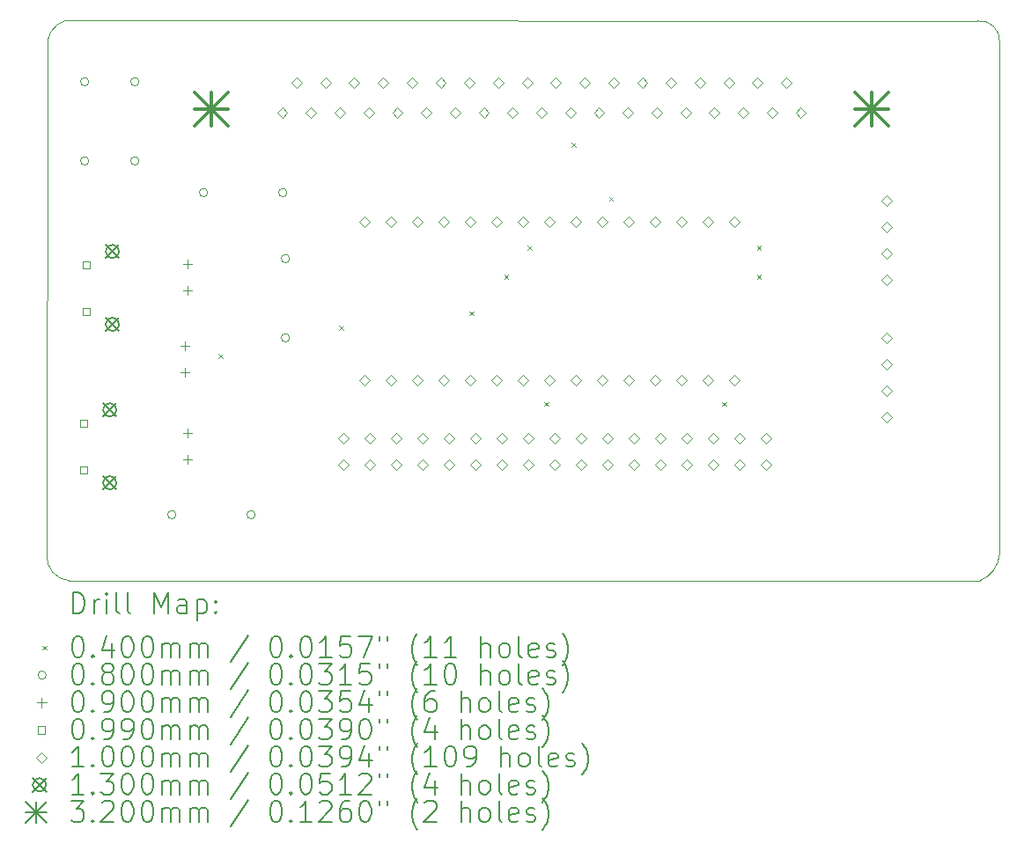
<source format=gbr>
%FSLAX45Y45*%
G04 Gerber Fmt 4.5, Leading zero omitted, Abs format (unit mm)*
G04 Created by KiCad (PCBNEW (6.0.6)) date 2023-06-02 12:55:43*
%MOMM*%
%LPD*%
G01*
G04 APERTURE LIST*
%TA.AperFunction,Profile*%
%ADD10C,0.100000*%
%TD*%
%ADD11C,0.200000*%
%ADD12C,0.040000*%
%ADD13C,0.080000*%
%ADD14C,0.090000*%
%ADD15C,0.099000*%
%ADD16C,0.100000*%
%ADD17C,0.130000*%
%ADD18C,0.320000*%
G04 APERTURE END LIST*
D10*
X11023834Y-4767893D02*
G75*
G03*
X10845800Y-5054600I68196J-240977D01*
G01*
X19786600Y-4775200D02*
X11023834Y-4767895D01*
X10838501Y-9906001D02*
G75*
G03*
X11051896Y-10160000I233689J-20310D01*
G01*
X10845800Y-5054600D02*
X10838495Y-9906000D01*
X19812003Y-10160006D02*
G75*
G03*
X20000001Y-9906000I-108793J277096D01*
G01*
X20000001Y-9906000D02*
X20000001Y-4978400D01*
X11051896Y-10160000D02*
X19812000Y-10160000D01*
X19999998Y-4978400D02*
G75*
G03*
X19786600Y-4775200I-188608J15580D01*
G01*
D11*
D12*
X12488350Y-7977190D02*
X12528350Y-8017190D01*
X12528350Y-7977190D02*
X12488350Y-8017190D01*
X13646590Y-7705950D02*
X13686590Y-7745950D01*
X13686590Y-7705950D02*
X13646590Y-7745950D01*
X14904400Y-7568690D02*
X14944400Y-7608690D01*
X14944400Y-7568690D02*
X14904400Y-7608690D01*
X15236110Y-7216560D02*
X15276110Y-7256560D01*
X15276110Y-7216560D02*
X15236110Y-7256560D01*
X15463680Y-6934530D02*
X15503680Y-6974530D01*
X15503680Y-6934530D02*
X15463680Y-6974530D01*
X15621700Y-8439030D02*
X15661700Y-8479030D01*
X15661700Y-8439030D02*
X15621700Y-8479030D01*
X15881630Y-5945680D02*
X15921630Y-5985680D01*
X15921630Y-5945680D02*
X15881630Y-5985680D01*
X16243170Y-6465960D02*
X16283170Y-6505960D01*
X16283170Y-6465960D02*
X16243170Y-6505960D01*
X17330090Y-8439030D02*
X17370090Y-8479030D01*
X17370090Y-8439030D02*
X17330090Y-8479030D01*
X17665670Y-7216560D02*
X17705670Y-7256560D01*
X17705670Y-7216560D02*
X17665670Y-7256560D01*
X17667020Y-6934530D02*
X17707020Y-6974530D01*
X17707020Y-6934530D02*
X17667020Y-6974530D01*
D13*
X11241400Y-5359400D02*
G75*
G03*
X11241400Y-5359400I-40000J0D01*
G01*
X11241400Y-6121400D02*
G75*
G03*
X11241400Y-6121400I-40000J0D01*
G01*
X11724000Y-5359400D02*
G75*
G03*
X11724000Y-5359400I-40000J0D01*
G01*
X11724000Y-6121400D02*
G75*
G03*
X11724000Y-6121400I-40000J0D01*
G01*
X12079600Y-9525000D02*
G75*
G03*
X12079600Y-9525000I-40000J0D01*
G01*
X12384400Y-6426200D02*
G75*
G03*
X12384400Y-6426200I-40000J0D01*
G01*
X12841600Y-9525000D02*
G75*
G03*
X12841600Y-9525000I-40000J0D01*
G01*
X13146400Y-6426200D02*
G75*
G03*
X13146400Y-6426200I-40000J0D01*
G01*
X13171800Y-7061200D02*
G75*
G03*
X13171800Y-7061200I-40000J0D01*
G01*
X13171800Y-7823200D02*
G75*
G03*
X13171800Y-7823200I-40000J0D01*
G01*
D14*
X12166600Y-7854900D02*
X12166600Y-7944900D01*
X12121600Y-7899900D02*
X12211600Y-7899900D01*
X12166600Y-8108900D02*
X12166600Y-8198900D01*
X12121600Y-8153900D02*
X12211600Y-8153900D01*
X12192000Y-7067500D02*
X12192000Y-7157500D01*
X12147000Y-7112500D02*
X12237000Y-7112500D01*
X12192000Y-7321500D02*
X12192000Y-7411500D01*
X12147000Y-7366500D02*
X12237000Y-7366500D01*
X12192000Y-8693100D02*
X12192000Y-8783100D01*
X12147000Y-8738100D02*
X12237000Y-8738100D01*
X12192000Y-8947100D02*
X12192000Y-9037100D01*
X12147000Y-8992100D02*
X12237000Y-8992100D01*
D15*
X11229452Y-8678202D02*
X11229452Y-8608198D01*
X11159448Y-8608198D01*
X11159448Y-8678202D01*
X11229452Y-8678202D01*
X11229452Y-9128202D02*
X11229452Y-9058198D01*
X11159448Y-9058198D01*
X11159448Y-9128202D01*
X11229452Y-9128202D01*
X11254852Y-7154202D02*
X11254852Y-7084198D01*
X11184848Y-7084198D01*
X11184848Y-7154202D01*
X11254852Y-7154202D01*
X11254852Y-7604202D02*
X11254852Y-7534198D01*
X11184848Y-7534198D01*
X11184848Y-7604202D01*
X11254852Y-7604202D01*
D16*
X13102100Y-5705930D02*
X13152100Y-5655930D01*
X13102100Y-5605930D01*
X13052100Y-5655930D01*
X13102100Y-5705930D01*
X13240600Y-5421930D02*
X13290600Y-5371930D01*
X13240600Y-5321930D01*
X13190600Y-5371930D01*
X13240600Y-5421930D01*
X13379100Y-5705930D02*
X13429100Y-5655930D01*
X13379100Y-5605930D01*
X13329100Y-5655930D01*
X13379100Y-5705930D01*
X13517600Y-5421930D02*
X13567600Y-5371930D01*
X13517600Y-5321930D01*
X13467600Y-5371930D01*
X13517600Y-5421930D01*
X13656100Y-5705930D02*
X13706100Y-5655930D01*
X13656100Y-5605930D01*
X13606100Y-5655930D01*
X13656100Y-5705930D01*
X13690600Y-8838400D02*
X13740600Y-8788400D01*
X13690600Y-8738400D01*
X13640600Y-8788400D01*
X13690600Y-8838400D01*
X13690600Y-9092400D02*
X13740600Y-9042400D01*
X13690600Y-8992400D01*
X13640600Y-9042400D01*
X13690600Y-9092400D01*
X13794600Y-5421930D02*
X13844600Y-5371930D01*
X13794600Y-5321930D01*
X13744600Y-5371930D01*
X13794600Y-5421930D01*
X13893800Y-6754600D02*
X13943800Y-6704600D01*
X13893800Y-6654600D01*
X13843800Y-6704600D01*
X13893800Y-6754600D01*
X13893800Y-8278600D02*
X13943800Y-8228600D01*
X13893800Y-8178600D01*
X13843800Y-8228600D01*
X13893800Y-8278600D01*
X13933100Y-5705930D02*
X13983100Y-5655930D01*
X13933100Y-5605930D01*
X13883100Y-5655930D01*
X13933100Y-5705930D01*
X13944600Y-8838400D02*
X13994600Y-8788400D01*
X13944600Y-8738400D01*
X13894600Y-8788400D01*
X13944600Y-8838400D01*
X13944600Y-9092400D02*
X13994600Y-9042400D01*
X13944600Y-8992400D01*
X13894600Y-9042400D01*
X13944600Y-9092400D01*
X14071600Y-5421930D02*
X14121600Y-5371930D01*
X14071600Y-5321930D01*
X14021600Y-5371930D01*
X14071600Y-5421930D01*
X14147800Y-6754600D02*
X14197800Y-6704600D01*
X14147800Y-6654600D01*
X14097800Y-6704600D01*
X14147800Y-6754600D01*
X14147800Y-8278600D02*
X14197800Y-8228600D01*
X14147800Y-8178600D01*
X14097800Y-8228600D01*
X14147800Y-8278600D01*
X14198600Y-8838400D02*
X14248600Y-8788400D01*
X14198600Y-8738400D01*
X14148600Y-8788400D01*
X14198600Y-8838400D01*
X14198600Y-9092400D02*
X14248600Y-9042400D01*
X14198600Y-8992400D01*
X14148600Y-9042400D01*
X14198600Y-9092400D01*
X14210100Y-5705930D02*
X14260100Y-5655930D01*
X14210100Y-5605930D01*
X14160100Y-5655930D01*
X14210100Y-5705930D01*
X14348600Y-5421930D02*
X14398600Y-5371930D01*
X14348600Y-5321930D01*
X14298600Y-5371930D01*
X14348600Y-5421930D01*
X14401800Y-6754600D02*
X14451800Y-6704600D01*
X14401800Y-6654600D01*
X14351800Y-6704600D01*
X14401800Y-6754600D01*
X14401800Y-8278600D02*
X14451800Y-8228600D01*
X14401800Y-8178600D01*
X14351800Y-8228600D01*
X14401800Y-8278600D01*
X14452600Y-8838400D02*
X14502600Y-8788400D01*
X14452600Y-8738400D01*
X14402600Y-8788400D01*
X14452600Y-8838400D01*
X14452600Y-9092400D02*
X14502600Y-9042400D01*
X14452600Y-8992400D01*
X14402600Y-9042400D01*
X14452600Y-9092400D01*
X14487100Y-5705930D02*
X14537100Y-5655930D01*
X14487100Y-5605930D01*
X14437100Y-5655930D01*
X14487100Y-5705930D01*
X14625600Y-5421930D02*
X14675600Y-5371930D01*
X14625600Y-5321930D01*
X14575600Y-5371930D01*
X14625600Y-5421930D01*
X14655800Y-6754600D02*
X14705800Y-6704600D01*
X14655800Y-6654600D01*
X14605800Y-6704600D01*
X14655800Y-6754600D01*
X14655800Y-8278600D02*
X14705800Y-8228600D01*
X14655800Y-8178600D01*
X14605800Y-8228600D01*
X14655800Y-8278600D01*
X14706600Y-8838400D02*
X14756600Y-8788400D01*
X14706600Y-8738400D01*
X14656600Y-8788400D01*
X14706600Y-8838400D01*
X14706600Y-9092400D02*
X14756600Y-9042400D01*
X14706600Y-8992400D01*
X14656600Y-9042400D01*
X14706600Y-9092400D01*
X14764100Y-5705930D02*
X14814100Y-5655930D01*
X14764100Y-5605930D01*
X14714100Y-5655930D01*
X14764100Y-5705930D01*
X14902600Y-5421930D02*
X14952600Y-5371930D01*
X14902600Y-5321930D01*
X14852600Y-5371930D01*
X14902600Y-5421930D01*
X14909800Y-6754600D02*
X14959800Y-6704600D01*
X14909800Y-6654600D01*
X14859800Y-6704600D01*
X14909800Y-6754600D01*
X14909800Y-8278600D02*
X14959800Y-8228600D01*
X14909800Y-8178600D01*
X14859800Y-8228600D01*
X14909800Y-8278600D01*
X14960600Y-8838400D02*
X15010600Y-8788400D01*
X14960600Y-8738400D01*
X14910600Y-8788400D01*
X14960600Y-8838400D01*
X14960600Y-9092400D02*
X15010600Y-9042400D01*
X14960600Y-8992400D01*
X14910600Y-9042400D01*
X14960600Y-9092400D01*
X15041100Y-5705930D02*
X15091100Y-5655930D01*
X15041100Y-5605930D01*
X14991100Y-5655930D01*
X15041100Y-5705930D01*
X15163800Y-6754600D02*
X15213800Y-6704600D01*
X15163800Y-6654600D01*
X15113800Y-6704600D01*
X15163800Y-6754600D01*
X15163800Y-8278600D02*
X15213800Y-8228600D01*
X15163800Y-8178600D01*
X15113800Y-8228600D01*
X15163800Y-8278600D01*
X15179600Y-5421930D02*
X15229600Y-5371930D01*
X15179600Y-5321930D01*
X15129600Y-5371930D01*
X15179600Y-5421930D01*
X15214600Y-8838400D02*
X15264600Y-8788400D01*
X15214600Y-8738400D01*
X15164600Y-8788400D01*
X15214600Y-8838400D01*
X15214600Y-9092400D02*
X15264600Y-9042400D01*
X15214600Y-8992400D01*
X15164600Y-9042400D01*
X15214600Y-9092400D01*
X15318100Y-5705930D02*
X15368100Y-5655930D01*
X15318100Y-5605930D01*
X15268100Y-5655930D01*
X15318100Y-5705930D01*
X15417800Y-6754600D02*
X15467800Y-6704600D01*
X15417800Y-6654600D01*
X15367800Y-6704600D01*
X15417800Y-6754600D01*
X15417800Y-8278600D02*
X15467800Y-8228600D01*
X15417800Y-8178600D01*
X15367800Y-8228600D01*
X15417800Y-8278600D01*
X15456600Y-5421930D02*
X15506600Y-5371930D01*
X15456600Y-5321930D01*
X15406600Y-5371930D01*
X15456600Y-5421930D01*
X15468600Y-8838400D02*
X15518600Y-8788400D01*
X15468600Y-8738400D01*
X15418600Y-8788400D01*
X15468600Y-8838400D01*
X15468600Y-9092400D02*
X15518600Y-9042400D01*
X15468600Y-8992400D01*
X15418600Y-9042400D01*
X15468600Y-9092400D01*
X15595100Y-5705930D02*
X15645100Y-5655930D01*
X15595100Y-5605930D01*
X15545100Y-5655930D01*
X15595100Y-5705930D01*
X15671800Y-6754600D02*
X15721800Y-6704600D01*
X15671800Y-6654600D01*
X15621800Y-6704600D01*
X15671800Y-6754600D01*
X15671800Y-8278600D02*
X15721800Y-8228600D01*
X15671800Y-8178600D01*
X15621800Y-8228600D01*
X15671800Y-8278600D01*
X15722600Y-8838400D02*
X15772600Y-8788400D01*
X15722600Y-8738400D01*
X15672600Y-8788400D01*
X15722600Y-8838400D01*
X15722600Y-9092400D02*
X15772600Y-9042400D01*
X15722600Y-8992400D01*
X15672600Y-9042400D01*
X15722600Y-9092400D01*
X15733600Y-5421930D02*
X15783600Y-5371930D01*
X15733600Y-5321930D01*
X15683600Y-5371930D01*
X15733600Y-5421930D01*
X15872100Y-5705930D02*
X15922100Y-5655930D01*
X15872100Y-5605930D01*
X15822100Y-5655930D01*
X15872100Y-5705930D01*
X15925800Y-6754600D02*
X15975800Y-6704600D01*
X15925800Y-6654600D01*
X15875800Y-6704600D01*
X15925800Y-6754600D01*
X15925800Y-8278600D02*
X15975800Y-8228600D01*
X15925800Y-8178600D01*
X15875800Y-8228600D01*
X15925800Y-8278600D01*
X15976600Y-8838400D02*
X16026600Y-8788400D01*
X15976600Y-8738400D01*
X15926600Y-8788400D01*
X15976600Y-8838400D01*
X15976600Y-9092400D02*
X16026600Y-9042400D01*
X15976600Y-8992400D01*
X15926600Y-9042400D01*
X15976600Y-9092400D01*
X16010600Y-5421930D02*
X16060600Y-5371930D01*
X16010600Y-5321930D01*
X15960600Y-5371930D01*
X16010600Y-5421930D01*
X16149100Y-5705930D02*
X16199100Y-5655930D01*
X16149100Y-5605930D01*
X16099100Y-5655930D01*
X16149100Y-5705930D01*
X16179800Y-6754600D02*
X16229800Y-6704600D01*
X16179800Y-6654600D01*
X16129800Y-6704600D01*
X16179800Y-6754600D01*
X16179800Y-8278600D02*
X16229800Y-8228600D01*
X16179800Y-8178600D01*
X16129800Y-8228600D01*
X16179800Y-8278600D01*
X16230600Y-8838400D02*
X16280600Y-8788400D01*
X16230600Y-8738400D01*
X16180600Y-8788400D01*
X16230600Y-8838400D01*
X16230600Y-9092400D02*
X16280600Y-9042400D01*
X16230600Y-8992400D01*
X16180600Y-9042400D01*
X16230600Y-9092400D01*
X16287600Y-5421930D02*
X16337600Y-5371930D01*
X16287600Y-5321930D01*
X16237600Y-5371930D01*
X16287600Y-5421930D01*
X16426100Y-5705930D02*
X16476100Y-5655930D01*
X16426100Y-5605930D01*
X16376100Y-5655930D01*
X16426100Y-5705930D01*
X16433800Y-6754600D02*
X16483800Y-6704600D01*
X16433800Y-6654600D01*
X16383800Y-6704600D01*
X16433800Y-6754600D01*
X16433800Y-8278600D02*
X16483800Y-8228600D01*
X16433800Y-8178600D01*
X16383800Y-8228600D01*
X16433800Y-8278600D01*
X16484600Y-8838400D02*
X16534600Y-8788400D01*
X16484600Y-8738400D01*
X16434600Y-8788400D01*
X16484600Y-8838400D01*
X16484600Y-9092400D02*
X16534600Y-9042400D01*
X16484600Y-8992400D01*
X16434600Y-9042400D01*
X16484600Y-9092400D01*
X16564600Y-5421930D02*
X16614600Y-5371930D01*
X16564600Y-5321930D01*
X16514600Y-5371930D01*
X16564600Y-5421930D01*
X16687800Y-6754600D02*
X16737800Y-6704600D01*
X16687800Y-6654600D01*
X16637800Y-6704600D01*
X16687800Y-6754600D01*
X16687800Y-8278600D02*
X16737800Y-8228600D01*
X16687800Y-8178600D01*
X16637800Y-8228600D01*
X16687800Y-8278600D01*
X16703100Y-5705930D02*
X16753100Y-5655930D01*
X16703100Y-5605930D01*
X16653100Y-5655930D01*
X16703100Y-5705930D01*
X16738600Y-8838400D02*
X16788600Y-8788400D01*
X16738600Y-8738400D01*
X16688600Y-8788400D01*
X16738600Y-8838400D01*
X16738600Y-9092400D02*
X16788600Y-9042400D01*
X16738600Y-8992400D01*
X16688600Y-9042400D01*
X16738600Y-9092400D01*
X16841600Y-5421930D02*
X16891600Y-5371930D01*
X16841600Y-5321930D01*
X16791600Y-5371930D01*
X16841600Y-5421930D01*
X16941800Y-6754600D02*
X16991800Y-6704600D01*
X16941800Y-6654600D01*
X16891800Y-6704600D01*
X16941800Y-6754600D01*
X16941800Y-8278600D02*
X16991800Y-8228600D01*
X16941800Y-8178600D01*
X16891800Y-8228600D01*
X16941800Y-8278600D01*
X16980100Y-5705930D02*
X17030100Y-5655930D01*
X16980100Y-5605930D01*
X16930100Y-5655930D01*
X16980100Y-5705930D01*
X16992600Y-8838400D02*
X17042600Y-8788400D01*
X16992600Y-8738400D01*
X16942600Y-8788400D01*
X16992600Y-8838400D01*
X16992600Y-9092400D02*
X17042600Y-9042400D01*
X16992600Y-8992400D01*
X16942600Y-9042400D01*
X16992600Y-9092400D01*
X17118600Y-5421930D02*
X17168600Y-5371930D01*
X17118600Y-5321930D01*
X17068600Y-5371930D01*
X17118600Y-5421930D01*
X17195800Y-6754600D02*
X17245800Y-6704600D01*
X17195800Y-6654600D01*
X17145800Y-6704600D01*
X17195800Y-6754600D01*
X17195800Y-8278600D02*
X17245800Y-8228600D01*
X17195800Y-8178600D01*
X17145800Y-8228600D01*
X17195800Y-8278600D01*
X17246600Y-8838400D02*
X17296600Y-8788400D01*
X17246600Y-8738400D01*
X17196600Y-8788400D01*
X17246600Y-8838400D01*
X17246600Y-9092400D02*
X17296600Y-9042400D01*
X17246600Y-8992400D01*
X17196600Y-9042400D01*
X17246600Y-9092400D01*
X17257100Y-5705930D02*
X17307100Y-5655930D01*
X17257100Y-5605930D01*
X17207100Y-5655930D01*
X17257100Y-5705930D01*
X17395600Y-5421930D02*
X17445600Y-5371930D01*
X17395600Y-5321930D01*
X17345600Y-5371930D01*
X17395600Y-5421930D01*
X17449800Y-6754600D02*
X17499800Y-6704600D01*
X17449800Y-6654600D01*
X17399800Y-6704600D01*
X17449800Y-6754600D01*
X17449800Y-8278600D02*
X17499800Y-8228600D01*
X17449800Y-8178600D01*
X17399800Y-8228600D01*
X17449800Y-8278600D01*
X17500600Y-8838400D02*
X17550600Y-8788400D01*
X17500600Y-8738400D01*
X17450600Y-8788400D01*
X17500600Y-8838400D01*
X17500600Y-9092400D02*
X17550600Y-9042400D01*
X17500600Y-8992400D01*
X17450600Y-9042400D01*
X17500600Y-9092400D01*
X17534100Y-5705930D02*
X17584100Y-5655930D01*
X17534100Y-5605930D01*
X17484100Y-5655930D01*
X17534100Y-5705930D01*
X17672600Y-5421930D02*
X17722600Y-5371930D01*
X17672600Y-5321930D01*
X17622600Y-5371930D01*
X17672600Y-5421930D01*
X17754600Y-8838400D02*
X17804600Y-8788400D01*
X17754600Y-8738400D01*
X17704600Y-8788400D01*
X17754600Y-8838400D01*
X17754600Y-9092400D02*
X17804600Y-9042400D01*
X17754600Y-8992400D01*
X17704600Y-9042400D01*
X17754600Y-9092400D01*
X17811100Y-5705930D02*
X17861100Y-5655930D01*
X17811100Y-5605930D01*
X17761100Y-5655930D01*
X17811100Y-5705930D01*
X17949600Y-5421930D02*
X17999600Y-5371930D01*
X17949600Y-5321930D01*
X17899600Y-5371930D01*
X17949600Y-5421930D01*
X18088100Y-5705930D02*
X18138100Y-5655930D01*
X18088100Y-5605930D01*
X18038100Y-5655930D01*
X18088100Y-5705930D01*
X18917300Y-6553400D02*
X18967300Y-6503400D01*
X18917300Y-6453400D01*
X18867300Y-6503400D01*
X18917300Y-6553400D01*
X18917300Y-6807400D02*
X18967300Y-6757400D01*
X18917300Y-6707400D01*
X18867300Y-6757400D01*
X18917300Y-6807400D01*
X18917300Y-7061400D02*
X18967300Y-7011400D01*
X18917300Y-6961400D01*
X18867300Y-7011400D01*
X18917300Y-7061400D01*
X18917300Y-7315400D02*
X18967300Y-7265400D01*
X18917300Y-7215400D01*
X18867300Y-7265400D01*
X18917300Y-7315400D01*
X18917300Y-7874200D02*
X18967300Y-7824200D01*
X18917300Y-7774200D01*
X18867300Y-7824200D01*
X18917300Y-7874200D01*
X18917300Y-8128200D02*
X18967300Y-8078200D01*
X18917300Y-8028200D01*
X18867300Y-8078200D01*
X18917300Y-8128200D01*
X18917300Y-8382200D02*
X18967300Y-8332200D01*
X18917300Y-8282200D01*
X18867300Y-8332200D01*
X18917300Y-8382200D01*
X18917300Y-8636200D02*
X18967300Y-8586200D01*
X18917300Y-8536200D01*
X18867300Y-8586200D01*
X18917300Y-8636200D01*
D17*
X11378450Y-8452200D02*
X11508450Y-8582200D01*
X11508450Y-8452200D02*
X11378450Y-8582200D01*
X11508450Y-8517200D02*
G75*
G03*
X11508450Y-8517200I-65000J0D01*
G01*
X11378450Y-9153200D02*
X11508450Y-9283200D01*
X11508450Y-9153200D02*
X11378450Y-9283200D01*
X11508450Y-9218200D02*
G75*
G03*
X11508450Y-9218200I-65000J0D01*
G01*
X11403850Y-6928200D02*
X11533850Y-7058200D01*
X11533850Y-6928200D02*
X11403850Y-7058200D01*
X11533850Y-6993200D02*
G75*
G03*
X11533850Y-6993200I-65000J0D01*
G01*
X11403850Y-7629200D02*
X11533850Y-7759200D01*
X11533850Y-7629200D02*
X11403850Y-7759200D01*
X11533850Y-7694200D02*
G75*
G03*
X11533850Y-7694200I-65000J0D01*
G01*
D18*
X12260100Y-5465930D02*
X12580100Y-5785930D01*
X12580100Y-5465930D02*
X12260100Y-5785930D01*
X12420100Y-5465930D02*
X12420100Y-5785930D01*
X12260100Y-5625930D02*
X12580100Y-5625930D01*
X18610100Y-5465930D02*
X18930100Y-5785930D01*
X18930100Y-5465930D02*
X18610100Y-5785930D01*
X18770100Y-5465930D02*
X18770100Y-5785930D01*
X18610100Y-5625930D02*
X18930100Y-5625930D01*
D11*
X11090239Y-10475476D02*
X11090239Y-10275476D01*
X11137858Y-10275476D01*
X11166430Y-10285000D01*
X11185477Y-10304048D01*
X11195001Y-10323095D01*
X11204525Y-10361190D01*
X11204525Y-10389762D01*
X11195001Y-10427857D01*
X11185477Y-10446905D01*
X11166430Y-10465952D01*
X11137858Y-10475476D01*
X11090239Y-10475476D01*
X11290239Y-10475476D02*
X11290239Y-10342143D01*
X11290239Y-10380238D02*
X11299763Y-10361190D01*
X11309287Y-10351667D01*
X11328335Y-10342143D01*
X11347382Y-10342143D01*
X11414049Y-10475476D02*
X11414049Y-10342143D01*
X11414049Y-10275476D02*
X11404525Y-10285000D01*
X11414049Y-10294524D01*
X11423573Y-10285000D01*
X11414049Y-10275476D01*
X11414049Y-10294524D01*
X11537858Y-10475476D02*
X11518811Y-10465952D01*
X11509287Y-10446905D01*
X11509287Y-10275476D01*
X11642620Y-10475476D02*
X11623573Y-10465952D01*
X11614049Y-10446905D01*
X11614049Y-10275476D01*
X11871192Y-10475476D02*
X11871192Y-10275476D01*
X11937858Y-10418333D01*
X12004525Y-10275476D01*
X12004525Y-10475476D01*
X12185477Y-10475476D02*
X12185477Y-10370714D01*
X12175954Y-10351667D01*
X12156906Y-10342143D01*
X12118811Y-10342143D01*
X12099763Y-10351667D01*
X12185477Y-10465952D02*
X12166430Y-10475476D01*
X12118811Y-10475476D01*
X12099763Y-10465952D01*
X12090239Y-10446905D01*
X12090239Y-10427857D01*
X12099763Y-10408810D01*
X12118811Y-10399286D01*
X12166430Y-10399286D01*
X12185477Y-10389762D01*
X12280716Y-10342143D02*
X12280716Y-10542143D01*
X12280716Y-10351667D02*
X12299763Y-10342143D01*
X12337858Y-10342143D01*
X12356906Y-10351667D01*
X12366430Y-10361190D01*
X12375954Y-10380238D01*
X12375954Y-10437381D01*
X12366430Y-10456429D01*
X12356906Y-10465952D01*
X12337858Y-10475476D01*
X12299763Y-10475476D01*
X12280716Y-10465952D01*
X12461668Y-10456429D02*
X12471192Y-10465952D01*
X12461668Y-10475476D01*
X12452144Y-10465952D01*
X12461668Y-10456429D01*
X12461668Y-10475476D01*
X12461668Y-10351667D02*
X12471192Y-10361190D01*
X12461668Y-10370714D01*
X12452144Y-10361190D01*
X12461668Y-10351667D01*
X12461668Y-10370714D01*
D12*
X10792620Y-10785000D02*
X10832620Y-10825000D01*
X10832620Y-10785000D02*
X10792620Y-10825000D01*
D11*
X11128335Y-10695476D02*
X11147382Y-10695476D01*
X11166430Y-10705000D01*
X11175954Y-10714524D01*
X11185477Y-10733571D01*
X11195001Y-10771667D01*
X11195001Y-10819286D01*
X11185477Y-10857381D01*
X11175954Y-10876429D01*
X11166430Y-10885952D01*
X11147382Y-10895476D01*
X11128335Y-10895476D01*
X11109287Y-10885952D01*
X11099763Y-10876429D01*
X11090239Y-10857381D01*
X11080716Y-10819286D01*
X11080716Y-10771667D01*
X11090239Y-10733571D01*
X11099763Y-10714524D01*
X11109287Y-10705000D01*
X11128335Y-10695476D01*
X11280716Y-10876429D02*
X11290239Y-10885952D01*
X11280716Y-10895476D01*
X11271192Y-10885952D01*
X11280716Y-10876429D01*
X11280716Y-10895476D01*
X11461668Y-10762143D02*
X11461668Y-10895476D01*
X11414049Y-10685952D02*
X11366430Y-10828810D01*
X11490239Y-10828810D01*
X11604525Y-10695476D02*
X11623573Y-10695476D01*
X11642620Y-10705000D01*
X11652144Y-10714524D01*
X11661668Y-10733571D01*
X11671192Y-10771667D01*
X11671192Y-10819286D01*
X11661668Y-10857381D01*
X11652144Y-10876429D01*
X11642620Y-10885952D01*
X11623573Y-10895476D01*
X11604525Y-10895476D01*
X11585477Y-10885952D01*
X11575954Y-10876429D01*
X11566430Y-10857381D01*
X11556906Y-10819286D01*
X11556906Y-10771667D01*
X11566430Y-10733571D01*
X11575954Y-10714524D01*
X11585477Y-10705000D01*
X11604525Y-10695476D01*
X11795001Y-10695476D02*
X11814049Y-10695476D01*
X11833096Y-10705000D01*
X11842620Y-10714524D01*
X11852144Y-10733571D01*
X11861668Y-10771667D01*
X11861668Y-10819286D01*
X11852144Y-10857381D01*
X11842620Y-10876429D01*
X11833096Y-10885952D01*
X11814049Y-10895476D01*
X11795001Y-10895476D01*
X11775954Y-10885952D01*
X11766430Y-10876429D01*
X11756906Y-10857381D01*
X11747382Y-10819286D01*
X11747382Y-10771667D01*
X11756906Y-10733571D01*
X11766430Y-10714524D01*
X11775954Y-10705000D01*
X11795001Y-10695476D01*
X11947382Y-10895476D02*
X11947382Y-10762143D01*
X11947382Y-10781190D02*
X11956906Y-10771667D01*
X11975954Y-10762143D01*
X12004525Y-10762143D01*
X12023573Y-10771667D01*
X12033096Y-10790714D01*
X12033096Y-10895476D01*
X12033096Y-10790714D02*
X12042620Y-10771667D01*
X12061668Y-10762143D01*
X12090239Y-10762143D01*
X12109287Y-10771667D01*
X12118811Y-10790714D01*
X12118811Y-10895476D01*
X12214049Y-10895476D02*
X12214049Y-10762143D01*
X12214049Y-10781190D02*
X12223573Y-10771667D01*
X12242620Y-10762143D01*
X12271192Y-10762143D01*
X12290239Y-10771667D01*
X12299763Y-10790714D01*
X12299763Y-10895476D01*
X12299763Y-10790714D02*
X12309287Y-10771667D01*
X12328335Y-10762143D01*
X12356906Y-10762143D01*
X12375954Y-10771667D01*
X12385477Y-10790714D01*
X12385477Y-10895476D01*
X12775954Y-10685952D02*
X12604525Y-10943095D01*
X13033096Y-10695476D02*
X13052144Y-10695476D01*
X13071192Y-10705000D01*
X13080716Y-10714524D01*
X13090239Y-10733571D01*
X13099763Y-10771667D01*
X13099763Y-10819286D01*
X13090239Y-10857381D01*
X13080716Y-10876429D01*
X13071192Y-10885952D01*
X13052144Y-10895476D01*
X13033096Y-10895476D01*
X13014049Y-10885952D01*
X13004525Y-10876429D01*
X12995001Y-10857381D01*
X12985477Y-10819286D01*
X12985477Y-10771667D01*
X12995001Y-10733571D01*
X13004525Y-10714524D01*
X13014049Y-10705000D01*
X13033096Y-10695476D01*
X13185477Y-10876429D02*
X13195001Y-10885952D01*
X13185477Y-10895476D01*
X13175954Y-10885952D01*
X13185477Y-10876429D01*
X13185477Y-10895476D01*
X13318811Y-10695476D02*
X13337858Y-10695476D01*
X13356906Y-10705000D01*
X13366430Y-10714524D01*
X13375954Y-10733571D01*
X13385477Y-10771667D01*
X13385477Y-10819286D01*
X13375954Y-10857381D01*
X13366430Y-10876429D01*
X13356906Y-10885952D01*
X13337858Y-10895476D01*
X13318811Y-10895476D01*
X13299763Y-10885952D01*
X13290239Y-10876429D01*
X13280716Y-10857381D01*
X13271192Y-10819286D01*
X13271192Y-10771667D01*
X13280716Y-10733571D01*
X13290239Y-10714524D01*
X13299763Y-10705000D01*
X13318811Y-10695476D01*
X13575954Y-10895476D02*
X13461668Y-10895476D01*
X13518811Y-10895476D02*
X13518811Y-10695476D01*
X13499763Y-10724048D01*
X13480716Y-10743095D01*
X13461668Y-10752619D01*
X13756906Y-10695476D02*
X13661668Y-10695476D01*
X13652144Y-10790714D01*
X13661668Y-10781190D01*
X13680716Y-10771667D01*
X13728335Y-10771667D01*
X13747382Y-10781190D01*
X13756906Y-10790714D01*
X13766430Y-10809762D01*
X13766430Y-10857381D01*
X13756906Y-10876429D01*
X13747382Y-10885952D01*
X13728335Y-10895476D01*
X13680716Y-10895476D01*
X13661668Y-10885952D01*
X13652144Y-10876429D01*
X13833096Y-10695476D02*
X13966430Y-10695476D01*
X13880716Y-10895476D01*
X14033096Y-10695476D02*
X14033096Y-10733571D01*
X14109287Y-10695476D02*
X14109287Y-10733571D01*
X14404525Y-10971667D02*
X14395001Y-10962143D01*
X14375954Y-10933571D01*
X14366430Y-10914524D01*
X14356906Y-10885952D01*
X14347382Y-10838333D01*
X14347382Y-10800238D01*
X14356906Y-10752619D01*
X14366430Y-10724048D01*
X14375954Y-10705000D01*
X14395001Y-10676429D01*
X14404525Y-10666905D01*
X14585477Y-10895476D02*
X14471192Y-10895476D01*
X14528335Y-10895476D02*
X14528335Y-10695476D01*
X14509287Y-10724048D01*
X14490239Y-10743095D01*
X14471192Y-10752619D01*
X14775954Y-10895476D02*
X14661668Y-10895476D01*
X14718811Y-10895476D02*
X14718811Y-10695476D01*
X14699763Y-10724048D01*
X14680716Y-10743095D01*
X14661668Y-10752619D01*
X15014049Y-10895476D02*
X15014049Y-10695476D01*
X15099763Y-10895476D02*
X15099763Y-10790714D01*
X15090239Y-10771667D01*
X15071192Y-10762143D01*
X15042620Y-10762143D01*
X15023573Y-10771667D01*
X15014049Y-10781190D01*
X15223573Y-10895476D02*
X15204525Y-10885952D01*
X15195001Y-10876429D01*
X15185477Y-10857381D01*
X15185477Y-10800238D01*
X15195001Y-10781190D01*
X15204525Y-10771667D01*
X15223573Y-10762143D01*
X15252144Y-10762143D01*
X15271192Y-10771667D01*
X15280716Y-10781190D01*
X15290239Y-10800238D01*
X15290239Y-10857381D01*
X15280716Y-10876429D01*
X15271192Y-10885952D01*
X15252144Y-10895476D01*
X15223573Y-10895476D01*
X15404525Y-10895476D02*
X15385477Y-10885952D01*
X15375954Y-10866905D01*
X15375954Y-10695476D01*
X15556906Y-10885952D02*
X15537858Y-10895476D01*
X15499763Y-10895476D01*
X15480716Y-10885952D01*
X15471192Y-10866905D01*
X15471192Y-10790714D01*
X15480716Y-10771667D01*
X15499763Y-10762143D01*
X15537858Y-10762143D01*
X15556906Y-10771667D01*
X15566430Y-10790714D01*
X15566430Y-10809762D01*
X15471192Y-10828810D01*
X15642620Y-10885952D02*
X15661668Y-10895476D01*
X15699763Y-10895476D01*
X15718811Y-10885952D01*
X15728335Y-10866905D01*
X15728335Y-10857381D01*
X15718811Y-10838333D01*
X15699763Y-10828810D01*
X15671192Y-10828810D01*
X15652144Y-10819286D01*
X15642620Y-10800238D01*
X15642620Y-10790714D01*
X15652144Y-10771667D01*
X15671192Y-10762143D01*
X15699763Y-10762143D01*
X15718811Y-10771667D01*
X15795001Y-10971667D02*
X15804525Y-10962143D01*
X15823573Y-10933571D01*
X15833096Y-10914524D01*
X15842620Y-10885952D01*
X15852144Y-10838333D01*
X15852144Y-10800238D01*
X15842620Y-10752619D01*
X15833096Y-10724048D01*
X15823573Y-10705000D01*
X15804525Y-10676429D01*
X15795001Y-10666905D01*
D13*
X10832620Y-11069000D02*
G75*
G03*
X10832620Y-11069000I-40000J0D01*
G01*
D11*
X11128335Y-10959476D02*
X11147382Y-10959476D01*
X11166430Y-10969000D01*
X11175954Y-10978524D01*
X11185477Y-10997571D01*
X11195001Y-11035667D01*
X11195001Y-11083286D01*
X11185477Y-11121381D01*
X11175954Y-11140429D01*
X11166430Y-11149952D01*
X11147382Y-11159476D01*
X11128335Y-11159476D01*
X11109287Y-11149952D01*
X11099763Y-11140429D01*
X11090239Y-11121381D01*
X11080716Y-11083286D01*
X11080716Y-11035667D01*
X11090239Y-10997571D01*
X11099763Y-10978524D01*
X11109287Y-10969000D01*
X11128335Y-10959476D01*
X11280716Y-11140429D02*
X11290239Y-11149952D01*
X11280716Y-11159476D01*
X11271192Y-11149952D01*
X11280716Y-11140429D01*
X11280716Y-11159476D01*
X11404525Y-11045190D02*
X11385477Y-11035667D01*
X11375954Y-11026143D01*
X11366430Y-11007095D01*
X11366430Y-10997571D01*
X11375954Y-10978524D01*
X11385477Y-10969000D01*
X11404525Y-10959476D01*
X11442620Y-10959476D01*
X11461668Y-10969000D01*
X11471192Y-10978524D01*
X11480716Y-10997571D01*
X11480716Y-11007095D01*
X11471192Y-11026143D01*
X11461668Y-11035667D01*
X11442620Y-11045190D01*
X11404525Y-11045190D01*
X11385477Y-11054714D01*
X11375954Y-11064238D01*
X11366430Y-11083286D01*
X11366430Y-11121381D01*
X11375954Y-11140429D01*
X11385477Y-11149952D01*
X11404525Y-11159476D01*
X11442620Y-11159476D01*
X11461668Y-11149952D01*
X11471192Y-11140429D01*
X11480716Y-11121381D01*
X11480716Y-11083286D01*
X11471192Y-11064238D01*
X11461668Y-11054714D01*
X11442620Y-11045190D01*
X11604525Y-10959476D02*
X11623573Y-10959476D01*
X11642620Y-10969000D01*
X11652144Y-10978524D01*
X11661668Y-10997571D01*
X11671192Y-11035667D01*
X11671192Y-11083286D01*
X11661668Y-11121381D01*
X11652144Y-11140429D01*
X11642620Y-11149952D01*
X11623573Y-11159476D01*
X11604525Y-11159476D01*
X11585477Y-11149952D01*
X11575954Y-11140429D01*
X11566430Y-11121381D01*
X11556906Y-11083286D01*
X11556906Y-11035667D01*
X11566430Y-10997571D01*
X11575954Y-10978524D01*
X11585477Y-10969000D01*
X11604525Y-10959476D01*
X11795001Y-10959476D02*
X11814049Y-10959476D01*
X11833096Y-10969000D01*
X11842620Y-10978524D01*
X11852144Y-10997571D01*
X11861668Y-11035667D01*
X11861668Y-11083286D01*
X11852144Y-11121381D01*
X11842620Y-11140429D01*
X11833096Y-11149952D01*
X11814049Y-11159476D01*
X11795001Y-11159476D01*
X11775954Y-11149952D01*
X11766430Y-11140429D01*
X11756906Y-11121381D01*
X11747382Y-11083286D01*
X11747382Y-11035667D01*
X11756906Y-10997571D01*
X11766430Y-10978524D01*
X11775954Y-10969000D01*
X11795001Y-10959476D01*
X11947382Y-11159476D02*
X11947382Y-11026143D01*
X11947382Y-11045190D02*
X11956906Y-11035667D01*
X11975954Y-11026143D01*
X12004525Y-11026143D01*
X12023573Y-11035667D01*
X12033096Y-11054714D01*
X12033096Y-11159476D01*
X12033096Y-11054714D02*
X12042620Y-11035667D01*
X12061668Y-11026143D01*
X12090239Y-11026143D01*
X12109287Y-11035667D01*
X12118811Y-11054714D01*
X12118811Y-11159476D01*
X12214049Y-11159476D02*
X12214049Y-11026143D01*
X12214049Y-11045190D02*
X12223573Y-11035667D01*
X12242620Y-11026143D01*
X12271192Y-11026143D01*
X12290239Y-11035667D01*
X12299763Y-11054714D01*
X12299763Y-11159476D01*
X12299763Y-11054714D02*
X12309287Y-11035667D01*
X12328335Y-11026143D01*
X12356906Y-11026143D01*
X12375954Y-11035667D01*
X12385477Y-11054714D01*
X12385477Y-11159476D01*
X12775954Y-10949952D02*
X12604525Y-11207095D01*
X13033096Y-10959476D02*
X13052144Y-10959476D01*
X13071192Y-10969000D01*
X13080716Y-10978524D01*
X13090239Y-10997571D01*
X13099763Y-11035667D01*
X13099763Y-11083286D01*
X13090239Y-11121381D01*
X13080716Y-11140429D01*
X13071192Y-11149952D01*
X13052144Y-11159476D01*
X13033096Y-11159476D01*
X13014049Y-11149952D01*
X13004525Y-11140429D01*
X12995001Y-11121381D01*
X12985477Y-11083286D01*
X12985477Y-11035667D01*
X12995001Y-10997571D01*
X13004525Y-10978524D01*
X13014049Y-10969000D01*
X13033096Y-10959476D01*
X13185477Y-11140429D02*
X13195001Y-11149952D01*
X13185477Y-11159476D01*
X13175954Y-11149952D01*
X13185477Y-11140429D01*
X13185477Y-11159476D01*
X13318811Y-10959476D02*
X13337858Y-10959476D01*
X13356906Y-10969000D01*
X13366430Y-10978524D01*
X13375954Y-10997571D01*
X13385477Y-11035667D01*
X13385477Y-11083286D01*
X13375954Y-11121381D01*
X13366430Y-11140429D01*
X13356906Y-11149952D01*
X13337858Y-11159476D01*
X13318811Y-11159476D01*
X13299763Y-11149952D01*
X13290239Y-11140429D01*
X13280716Y-11121381D01*
X13271192Y-11083286D01*
X13271192Y-11035667D01*
X13280716Y-10997571D01*
X13290239Y-10978524D01*
X13299763Y-10969000D01*
X13318811Y-10959476D01*
X13452144Y-10959476D02*
X13575954Y-10959476D01*
X13509287Y-11035667D01*
X13537858Y-11035667D01*
X13556906Y-11045190D01*
X13566430Y-11054714D01*
X13575954Y-11073762D01*
X13575954Y-11121381D01*
X13566430Y-11140429D01*
X13556906Y-11149952D01*
X13537858Y-11159476D01*
X13480716Y-11159476D01*
X13461668Y-11149952D01*
X13452144Y-11140429D01*
X13766430Y-11159476D02*
X13652144Y-11159476D01*
X13709287Y-11159476D02*
X13709287Y-10959476D01*
X13690239Y-10988048D01*
X13671192Y-11007095D01*
X13652144Y-11016619D01*
X13947382Y-10959476D02*
X13852144Y-10959476D01*
X13842620Y-11054714D01*
X13852144Y-11045190D01*
X13871192Y-11035667D01*
X13918811Y-11035667D01*
X13937858Y-11045190D01*
X13947382Y-11054714D01*
X13956906Y-11073762D01*
X13956906Y-11121381D01*
X13947382Y-11140429D01*
X13937858Y-11149952D01*
X13918811Y-11159476D01*
X13871192Y-11159476D01*
X13852144Y-11149952D01*
X13842620Y-11140429D01*
X14033096Y-10959476D02*
X14033096Y-10997571D01*
X14109287Y-10959476D02*
X14109287Y-10997571D01*
X14404525Y-11235667D02*
X14395001Y-11226143D01*
X14375954Y-11197571D01*
X14366430Y-11178524D01*
X14356906Y-11149952D01*
X14347382Y-11102333D01*
X14347382Y-11064238D01*
X14356906Y-11016619D01*
X14366430Y-10988048D01*
X14375954Y-10969000D01*
X14395001Y-10940429D01*
X14404525Y-10930905D01*
X14585477Y-11159476D02*
X14471192Y-11159476D01*
X14528335Y-11159476D02*
X14528335Y-10959476D01*
X14509287Y-10988048D01*
X14490239Y-11007095D01*
X14471192Y-11016619D01*
X14709287Y-10959476D02*
X14728335Y-10959476D01*
X14747382Y-10969000D01*
X14756906Y-10978524D01*
X14766430Y-10997571D01*
X14775954Y-11035667D01*
X14775954Y-11083286D01*
X14766430Y-11121381D01*
X14756906Y-11140429D01*
X14747382Y-11149952D01*
X14728335Y-11159476D01*
X14709287Y-11159476D01*
X14690239Y-11149952D01*
X14680716Y-11140429D01*
X14671192Y-11121381D01*
X14661668Y-11083286D01*
X14661668Y-11035667D01*
X14671192Y-10997571D01*
X14680716Y-10978524D01*
X14690239Y-10969000D01*
X14709287Y-10959476D01*
X15014049Y-11159476D02*
X15014049Y-10959476D01*
X15099763Y-11159476D02*
X15099763Y-11054714D01*
X15090239Y-11035667D01*
X15071192Y-11026143D01*
X15042620Y-11026143D01*
X15023573Y-11035667D01*
X15014049Y-11045190D01*
X15223573Y-11159476D02*
X15204525Y-11149952D01*
X15195001Y-11140429D01*
X15185477Y-11121381D01*
X15185477Y-11064238D01*
X15195001Y-11045190D01*
X15204525Y-11035667D01*
X15223573Y-11026143D01*
X15252144Y-11026143D01*
X15271192Y-11035667D01*
X15280716Y-11045190D01*
X15290239Y-11064238D01*
X15290239Y-11121381D01*
X15280716Y-11140429D01*
X15271192Y-11149952D01*
X15252144Y-11159476D01*
X15223573Y-11159476D01*
X15404525Y-11159476D02*
X15385477Y-11149952D01*
X15375954Y-11130905D01*
X15375954Y-10959476D01*
X15556906Y-11149952D02*
X15537858Y-11159476D01*
X15499763Y-11159476D01*
X15480716Y-11149952D01*
X15471192Y-11130905D01*
X15471192Y-11054714D01*
X15480716Y-11035667D01*
X15499763Y-11026143D01*
X15537858Y-11026143D01*
X15556906Y-11035667D01*
X15566430Y-11054714D01*
X15566430Y-11073762D01*
X15471192Y-11092810D01*
X15642620Y-11149952D02*
X15661668Y-11159476D01*
X15699763Y-11159476D01*
X15718811Y-11149952D01*
X15728335Y-11130905D01*
X15728335Y-11121381D01*
X15718811Y-11102333D01*
X15699763Y-11092810D01*
X15671192Y-11092810D01*
X15652144Y-11083286D01*
X15642620Y-11064238D01*
X15642620Y-11054714D01*
X15652144Y-11035667D01*
X15671192Y-11026143D01*
X15699763Y-11026143D01*
X15718811Y-11035667D01*
X15795001Y-11235667D02*
X15804525Y-11226143D01*
X15823573Y-11197571D01*
X15833096Y-11178524D01*
X15842620Y-11149952D01*
X15852144Y-11102333D01*
X15852144Y-11064238D01*
X15842620Y-11016619D01*
X15833096Y-10988048D01*
X15823573Y-10969000D01*
X15804525Y-10940429D01*
X15795001Y-10930905D01*
D14*
X10787620Y-11288000D02*
X10787620Y-11378000D01*
X10742620Y-11333000D02*
X10832620Y-11333000D01*
D11*
X11128335Y-11223476D02*
X11147382Y-11223476D01*
X11166430Y-11233000D01*
X11175954Y-11242524D01*
X11185477Y-11261571D01*
X11195001Y-11299667D01*
X11195001Y-11347286D01*
X11185477Y-11385381D01*
X11175954Y-11404428D01*
X11166430Y-11413952D01*
X11147382Y-11423476D01*
X11128335Y-11423476D01*
X11109287Y-11413952D01*
X11099763Y-11404428D01*
X11090239Y-11385381D01*
X11080716Y-11347286D01*
X11080716Y-11299667D01*
X11090239Y-11261571D01*
X11099763Y-11242524D01*
X11109287Y-11233000D01*
X11128335Y-11223476D01*
X11280716Y-11404428D02*
X11290239Y-11413952D01*
X11280716Y-11423476D01*
X11271192Y-11413952D01*
X11280716Y-11404428D01*
X11280716Y-11423476D01*
X11385477Y-11423476D02*
X11423573Y-11423476D01*
X11442620Y-11413952D01*
X11452144Y-11404428D01*
X11471192Y-11375857D01*
X11480716Y-11337762D01*
X11480716Y-11261571D01*
X11471192Y-11242524D01*
X11461668Y-11233000D01*
X11442620Y-11223476D01*
X11404525Y-11223476D01*
X11385477Y-11233000D01*
X11375954Y-11242524D01*
X11366430Y-11261571D01*
X11366430Y-11309190D01*
X11375954Y-11328238D01*
X11385477Y-11337762D01*
X11404525Y-11347286D01*
X11442620Y-11347286D01*
X11461668Y-11337762D01*
X11471192Y-11328238D01*
X11480716Y-11309190D01*
X11604525Y-11223476D02*
X11623573Y-11223476D01*
X11642620Y-11233000D01*
X11652144Y-11242524D01*
X11661668Y-11261571D01*
X11671192Y-11299667D01*
X11671192Y-11347286D01*
X11661668Y-11385381D01*
X11652144Y-11404428D01*
X11642620Y-11413952D01*
X11623573Y-11423476D01*
X11604525Y-11423476D01*
X11585477Y-11413952D01*
X11575954Y-11404428D01*
X11566430Y-11385381D01*
X11556906Y-11347286D01*
X11556906Y-11299667D01*
X11566430Y-11261571D01*
X11575954Y-11242524D01*
X11585477Y-11233000D01*
X11604525Y-11223476D01*
X11795001Y-11223476D02*
X11814049Y-11223476D01*
X11833096Y-11233000D01*
X11842620Y-11242524D01*
X11852144Y-11261571D01*
X11861668Y-11299667D01*
X11861668Y-11347286D01*
X11852144Y-11385381D01*
X11842620Y-11404428D01*
X11833096Y-11413952D01*
X11814049Y-11423476D01*
X11795001Y-11423476D01*
X11775954Y-11413952D01*
X11766430Y-11404428D01*
X11756906Y-11385381D01*
X11747382Y-11347286D01*
X11747382Y-11299667D01*
X11756906Y-11261571D01*
X11766430Y-11242524D01*
X11775954Y-11233000D01*
X11795001Y-11223476D01*
X11947382Y-11423476D02*
X11947382Y-11290143D01*
X11947382Y-11309190D02*
X11956906Y-11299667D01*
X11975954Y-11290143D01*
X12004525Y-11290143D01*
X12023573Y-11299667D01*
X12033096Y-11318714D01*
X12033096Y-11423476D01*
X12033096Y-11318714D02*
X12042620Y-11299667D01*
X12061668Y-11290143D01*
X12090239Y-11290143D01*
X12109287Y-11299667D01*
X12118811Y-11318714D01*
X12118811Y-11423476D01*
X12214049Y-11423476D02*
X12214049Y-11290143D01*
X12214049Y-11309190D02*
X12223573Y-11299667D01*
X12242620Y-11290143D01*
X12271192Y-11290143D01*
X12290239Y-11299667D01*
X12299763Y-11318714D01*
X12299763Y-11423476D01*
X12299763Y-11318714D02*
X12309287Y-11299667D01*
X12328335Y-11290143D01*
X12356906Y-11290143D01*
X12375954Y-11299667D01*
X12385477Y-11318714D01*
X12385477Y-11423476D01*
X12775954Y-11213952D02*
X12604525Y-11471095D01*
X13033096Y-11223476D02*
X13052144Y-11223476D01*
X13071192Y-11233000D01*
X13080716Y-11242524D01*
X13090239Y-11261571D01*
X13099763Y-11299667D01*
X13099763Y-11347286D01*
X13090239Y-11385381D01*
X13080716Y-11404428D01*
X13071192Y-11413952D01*
X13052144Y-11423476D01*
X13033096Y-11423476D01*
X13014049Y-11413952D01*
X13004525Y-11404428D01*
X12995001Y-11385381D01*
X12985477Y-11347286D01*
X12985477Y-11299667D01*
X12995001Y-11261571D01*
X13004525Y-11242524D01*
X13014049Y-11233000D01*
X13033096Y-11223476D01*
X13185477Y-11404428D02*
X13195001Y-11413952D01*
X13185477Y-11423476D01*
X13175954Y-11413952D01*
X13185477Y-11404428D01*
X13185477Y-11423476D01*
X13318811Y-11223476D02*
X13337858Y-11223476D01*
X13356906Y-11233000D01*
X13366430Y-11242524D01*
X13375954Y-11261571D01*
X13385477Y-11299667D01*
X13385477Y-11347286D01*
X13375954Y-11385381D01*
X13366430Y-11404428D01*
X13356906Y-11413952D01*
X13337858Y-11423476D01*
X13318811Y-11423476D01*
X13299763Y-11413952D01*
X13290239Y-11404428D01*
X13280716Y-11385381D01*
X13271192Y-11347286D01*
X13271192Y-11299667D01*
X13280716Y-11261571D01*
X13290239Y-11242524D01*
X13299763Y-11233000D01*
X13318811Y-11223476D01*
X13452144Y-11223476D02*
X13575954Y-11223476D01*
X13509287Y-11299667D01*
X13537858Y-11299667D01*
X13556906Y-11309190D01*
X13566430Y-11318714D01*
X13575954Y-11337762D01*
X13575954Y-11385381D01*
X13566430Y-11404428D01*
X13556906Y-11413952D01*
X13537858Y-11423476D01*
X13480716Y-11423476D01*
X13461668Y-11413952D01*
X13452144Y-11404428D01*
X13756906Y-11223476D02*
X13661668Y-11223476D01*
X13652144Y-11318714D01*
X13661668Y-11309190D01*
X13680716Y-11299667D01*
X13728335Y-11299667D01*
X13747382Y-11309190D01*
X13756906Y-11318714D01*
X13766430Y-11337762D01*
X13766430Y-11385381D01*
X13756906Y-11404428D01*
X13747382Y-11413952D01*
X13728335Y-11423476D01*
X13680716Y-11423476D01*
X13661668Y-11413952D01*
X13652144Y-11404428D01*
X13937858Y-11290143D02*
X13937858Y-11423476D01*
X13890239Y-11213952D02*
X13842620Y-11356809D01*
X13966430Y-11356809D01*
X14033096Y-11223476D02*
X14033096Y-11261571D01*
X14109287Y-11223476D02*
X14109287Y-11261571D01*
X14404525Y-11499667D02*
X14395001Y-11490143D01*
X14375954Y-11461571D01*
X14366430Y-11442524D01*
X14356906Y-11413952D01*
X14347382Y-11366333D01*
X14347382Y-11328238D01*
X14356906Y-11280619D01*
X14366430Y-11252048D01*
X14375954Y-11233000D01*
X14395001Y-11204428D01*
X14404525Y-11194905D01*
X14566430Y-11223476D02*
X14528335Y-11223476D01*
X14509287Y-11233000D01*
X14499763Y-11242524D01*
X14480716Y-11271095D01*
X14471192Y-11309190D01*
X14471192Y-11385381D01*
X14480716Y-11404428D01*
X14490239Y-11413952D01*
X14509287Y-11423476D01*
X14547382Y-11423476D01*
X14566430Y-11413952D01*
X14575954Y-11404428D01*
X14585477Y-11385381D01*
X14585477Y-11337762D01*
X14575954Y-11318714D01*
X14566430Y-11309190D01*
X14547382Y-11299667D01*
X14509287Y-11299667D01*
X14490239Y-11309190D01*
X14480716Y-11318714D01*
X14471192Y-11337762D01*
X14823573Y-11423476D02*
X14823573Y-11223476D01*
X14909287Y-11423476D02*
X14909287Y-11318714D01*
X14899763Y-11299667D01*
X14880716Y-11290143D01*
X14852144Y-11290143D01*
X14833096Y-11299667D01*
X14823573Y-11309190D01*
X15033096Y-11423476D02*
X15014049Y-11413952D01*
X15004525Y-11404428D01*
X14995001Y-11385381D01*
X14995001Y-11328238D01*
X15004525Y-11309190D01*
X15014049Y-11299667D01*
X15033096Y-11290143D01*
X15061668Y-11290143D01*
X15080716Y-11299667D01*
X15090239Y-11309190D01*
X15099763Y-11328238D01*
X15099763Y-11385381D01*
X15090239Y-11404428D01*
X15080716Y-11413952D01*
X15061668Y-11423476D01*
X15033096Y-11423476D01*
X15214049Y-11423476D02*
X15195001Y-11413952D01*
X15185477Y-11394905D01*
X15185477Y-11223476D01*
X15366430Y-11413952D02*
X15347382Y-11423476D01*
X15309287Y-11423476D01*
X15290239Y-11413952D01*
X15280716Y-11394905D01*
X15280716Y-11318714D01*
X15290239Y-11299667D01*
X15309287Y-11290143D01*
X15347382Y-11290143D01*
X15366430Y-11299667D01*
X15375954Y-11318714D01*
X15375954Y-11337762D01*
X15280716Y-11356809D01*
X15452144Y-11413952D02*
X15471192Y-11423476D01*
X15509287Y-11423476D01*
X15528335Y-11413952D01*
X15537858Y-11394905D01*
X15537858Y-11385381D01*
X15528335Y-11366333D01*
X15509287Y-11356809D01*
X15480716Y-11356809D01*
X15461668Y-11347286D01*
X15452144Y-11328238D01*
X15452144Y-11318714D01*
X15461668Y-11299667D01*
X15480716Y-11290143D01*
X15509287Y-11290143D01*
X15528335Y-11299667D01*
X15604525Y-11499667D02*
X15614049Y-11490143D01*
X15633096Y-11461571D01*
X15642620Y-11442524D01*
X15652144Y-11413952D01*
X15661668Y-11366333D01*
X15661668Y-11328238D01*
X15652144Y-11280619D01*
X15642620Y-11252048D01*
X15633096Y-11233000D01*
X15614049Y-11204428D01*
X15604525Y-11194905D01*
D15*
X10818123Y-11632002D02*
X10818123Y-11561998D01*
X10748118Y-11561998D01*
X10748118Y-11632002D01*
X10818123Y-11632002D01*
D11*
X11128335Y-11487476D02*
X11147382Y-11487476D01*
X11166430Y-11497000D01*
X11175954Y-11506524D01*
X11185477Y-11525571D01*
X11195001Y-11563667D01*
X11195001Y-11611286D01*
X11185477Y-11649381D01*
X11175954Y-11668428D01*
X11166430Y-11677952D01*
X11147382Y-11687476D01*
X11128335Y-11687476D01*
X11109287Y-11677952D01*
X11099763Y-11668428D01*
X11090239Y-11649381D01*
X11080716Y-11611286D01*
X11080716Y-11563667D01*
X11090239Y-11525571D01*
X11099763Y-11506524D01*
X11109287Y-11497000D01*
X11128335Y-11487476D01*
X11280716Y-11668428D02*
X11290239Y-11677952D01*
X11280716Y-11687476D01*
X11271192Y-11677952D01*
X11280716Y-11668428D01*
X11280716Y-11687476D01*
X11385477Y-11687476D02*
X11423573Y-11687476D01*
X11442620Y-11677952D01*
X11452144Y-11668428D01*
X11471192Y-11639857D01*
X11480716Y-11601762D01*
X11480716Y-11525571D01*
X11471192Y-11506524D01*
X11461668Y-11497000D01*
X11442620Y-11487476D01*
X11404525Y-11487476D01*
X11385477Y-11497000D01*
X11375954Y-11506524D01*
X11366430Y-11525571D01*
X11366430Y-11573190D01*
X11375954Y-11592238D01*
X11385477Y-11601762D01*
X11404525Y-11611286D01*
X11442620Y-11611286D01*
X11461668Y-11601762D01*
X11471192Y-11592238D01*
X11480716Y-11573190D01*
X11575954Y-11687476D02*
X11614049Y-11687476D01*
X11633096Y-11677952D01*
X11642620Y-11668428D01*
X11661668Y-11639857D01*
X11671192Y-11601762D01*
X11671192Y-11525571D01*
X11661668Y-11506524D01*
X11652144Y-11497000D01*
X11633096Y-11487476D01*
X11595001Y-11487476D01*
X11575954Y-11497000D01*
X11566430Y-11506524D01*
X11556906Y-11525571D01*
X11556906Y-11573190D01*
X11566430Y-11592238D01*
X11575954Y-11601762D01*
X11595001Y-11611286D01*
X11633096Y-11611286D01*
X11652144Y-11601762D01*
X11661668Y-11592238D01*
X11671192Y-11573190D01*
X11795001Y-11487476D02*
X11814049Y-11487476D01*
X11833096Y-11497000D01*
X11842620Y-11506524D01*
X11852144Y-11525571D01*
X11861668Y-11563667D01*
X11861668Y-11611286D01*
X11852144Y-11649381D01*
X11842620Y-11668428D01*
X11833096Y-11677952D01*
X11814049Y-11687476D01*
X11795001Y-11687476D01*
X11775954Y-11677952D01*
X11766430Y-11668428D01*
X11756906Y-11649381D01*
X11747382Y-11611286D01*
X11747382Y-11563667D01*
X11756906Y-11525571D01*
X11766430Y-11506524D01*
X11775954Y-11497000D01*
X11795001Y-11487476D01*
X11947382Y-11687476D02*
X11947382Y-11554143D01*
X11947382Y-11573190D02*
X11956906Y-11563667D01*
X11975954Y-11554143D01*
X12004525Y-11554143D01*
X12023573Y-11563667D01*
X12033096Y-11582714D01*
X12033096Y-11687476D01*
X12033096Y-11582714D02*
X12042620Y-11563667D01*
X12061668Y-11554143D01*
X12090239Y-11554143D01*
X12109287Y-11563667D01*
X12118811Y-11582714D01*
X12118811Y-11687476D01*
X12214049Y-11687476D02*
X12214049Y-11554143D01*
X12214049Y-11573190D02*
X12223573Y-11563667D01*
X12242620Y-11554143D01*
X12271192Y-11554143D01*
X12290239Y-11563667D01*
X12299763Y-11582714D01*
X12299763Y-11687476D01*
X12299763Y-11582714D02*
X12309287Y-11563667D01*
X12328335Y-11554143D01*
X12356906Y-11554143D01*
X12375954Y-11563667D01*
X12385477Y-11582714D01*
X12385477Y-11687476D01*
X12775954Y-11477952D02*
X12604525Y-11735095D01*
X13033096Y-11487476D02*
X13052144Y-11487476D01*
X13071192Y-11497000D01*
X13080716Y-11506524D01*
X13090239Y-11525571D01*
X13099763Y-11563667D01*
X13099763Y-11611286D01*
X13090239Y-11649381D01*
X13080716Y-11668428D01*
X13071192Y-11677952D01*
X13052144Y-11687476D01*
X13033096Y-11687476D01*
X13014049Y-11677952D01*
X13004525Y-11668428D01*
X12995001Y-11649381D01*
X12985477Y-11611286D01*
X12985477Y-11563667D01*
X12995001Y-11525571D01*
X13004525Y-11506524D01*
X13014049Y-11497000D01*
X13033096Y-11487476D01*
X13185477Y-11668428D02*
X13195001Y-11677952D01*
X13185477Y-11687476D01*
X13175954Y-11677952D01*
X13185477Y-11668428D01*
X13185477Y-11687476D01*
X13318811Y-11487476D02*
X13337858Y-11487476D01*
X13356906Y-11497000D01*
X13366430Y-11506524D01*
X13375954Y-11525571D01*
X13385477Y-11563667D01*
X13385477Y-11611286D01*
X13375954Y-11649381D01*
X13366430Y-11668428D01*
X13356906Y-11677952D01*
X13337858Y-11687476D01*
X13318811Y-11687476D01*
X13299763Y-11677952D01*
X13290239Y-11668428D01*
X13280716Y-11649381D01*
X13271192Y-11611286D01*
X13271192Y-11563667D01*
X13280716Y-11525571D01*
X13290239Y-11506524D01*
X13299763Y-11497000D01*
X13318811Y-11487476D01*
X13452144Y-11487476D02*
X13575954Y-11487476D01*
X13509287Y-11563667D01*
X13537858Y-11563667D01*
X13556906Y-11573190D01*
X13566430Y-11582714D01*
X13575954Y-11601762D01*
X13575954Y-11649381D01*
X13566430Y-11668428D01*
X13556906Y-11677952D01*
X13537858Y-11687476D01*
X13480716Y-11687476D01*
X13461668Y-11677952D01*
X13452144Y-11668428D01*
X13671192Y-11687476D02*
X13709287Y-11687476D01*
X13728335Y-11677952D01*
X13737858Y-11668428D01*
X13756906Y-11639857D01*
X13766430Y-11601762D01*
X13766430Y-11525571D01*
X13756906Y-11506524D01*
X13747382Y-11497000D01*
X13728335Y-11487476D01*
X13690239Y-11487476D01*
X13671192Y-11497000D01*
X13661668Y-11506524D01*
X13652144Y-11525571D01*
X13652144Y-11573190D01*
X13661668Y-11592238D01*
X13671192Y-11601762D01*
X13690239Y-11611286D01*
X13728335Y-11611286D01*
X13747382Y-11601762D01*
X13756906Y-11592238D01*
X13766430Y-11573190D01*
X13890239Y-11487476D02*
X13909287Y-11487476D01*
X13928335Y-11497000D01*
X13937858Y-11506524D01*
X13947382Y-11525571D01*
X13956906Y-11563667D01*
X13956906Y-11611286D01*
X13947382Y-11649381D01*
X13937858Y-11668428D01*
X13928335Y-11677952D01*
X13909287Y-11687476D01*
X13890239Y-11687476D01*
X13871192Y-11677952D01*
X13861668Y-11668428D01*
X13852144Y-11649381D01*
X13842620Y-11611286D01*
X13842620Y-11563667D01*
X13852144Y-11525571D01*
X13861668Y-11506524D01*
X13871192Y-11497000D01*
X13890239Y-11487476D01*
X14033096Y-11487476D02*
X14033096Y-11525571D01*
X14109287Y-11487476D02*
X14109287Y-11525571D01*
X14404525Y-11763667D02*
X14395001Y-11754143D01*
X14375954Y-11725571D01*
X14366430Y-11706524D01*
X14356906Y-11677952D01*
X14347382Y-11630333D01*
X14347382Y-11592238D01*
X14356906Y-11544619D01*
X14366430Y-11516048D01*
X14375954Y-11497000D01*
X14395001Y-11468428D01*
X14404525Y-11458905D01*
X14566430Y-11554143D02*
X14566430Y-11687476D01*
X14518811Y-11477952D02*
X14471192Y-11620809D01*
X14595001Y-11620809D01*
X14823573Y-11687476D02*
X14823573Y-11487476D01*
X14909287Y-11687476D02*
X14909287Y-11582714D01*
X14899763Y-11563667D01*
X14880716Y-11554143D01*
X14852144Y-11554143D01*
X14833096Y-11563667D01*
X14823573Y-11573190D01*
X15033096Y-11687476D02*
X15014049Y-11677952D01*
X15004525Y-11668428D01*
X14995001Y-11649381D01*
X14995001Y-11592238D01*
X15004525Y-11573190D01*
X15014049Y-11563667D01*
X15033096Y-11554143D01*
X15061668Y-11554143D01*
X15080716Y-11563667D01*
X15090239Y-11573190D01*
X15099763Y-11592238D01*
X15099763Y-11649381D01*
X15090239Y-11668428D01*
X15080716Y-11677952D01*
X15061668Y-11687476D01*
X15033096Y-11687476D01*
X15214049Y-11687476D02*
X15195001Y-11677952D01*
X15185477Y-11658905D01*
X15185477Y-11487476D01*
X15366430Y-11677952D02*
X15347382Y-11687476D01*
X15309287Y-11687476D01*
X15290239Y-11677952D01*
X15280716Y-11658905D01*
X15280716Y-11582714D01*
X15290239Y-11563667D01*
X15309287Y-11554143D01*
X15347382Y-11554143D01*
X15366430Y-11563667D01*
X15375954Y-11582714D01*
X15375954Y-11601762D01*
X15280716Y-11620809D01*
X15452144Y-11677952D02*
X15471192Y-11687476D01*
X15509287Y-11687476D01*
X15528335Y-11677952D01*
X15537858Y-11658905D01*
X15537858Y-11649381D01*
X15528335Y-11630333D01*
X15509287Y-11620809D01*
X15480716Y-11620809D01*
X15461668Y-11611286D01*
X15452144Y-11592238D01*
X15452144Y-11582714D01*
X15461668Y-11563667D01*
X15480716Y-11554143D01*
X15509287Y-11554143D01*
X15528335Y-11563667D01*
X15604525Y-11763667D02*
X15614049Y-11754143D01*
X15633096Y-11725571D01*
X15642620Y-11706524D01*
X15652144Y-11677952D01*
X15661668Y-11630333D01*
X15661668Y-11592238D01*
X15652144Y-11544619D01*
X15642620Y-11516048D01*
X15633096Y-11497000D01*
X15614049Y-11468428D01*
X15604525Y-11458905D01*
D16*
X10782620Y-11911000D02*
X10832620Y-11861000D01*
X10782620Y-11811000D01*
X10732620Y-11861000D01*
X10782620Y-11911000D01*
D11*
X11195001Y-11951476D02*
X11080716Y-11951476D01*
X11137858Y-11951476D02*
X11137858Y-11751476D01*
X11118811Y-11780048D01*
X11099763Y-11799095D01*
X11080716Y-11808619D01*
X11280716Y-11932428D02*
X11290239Y-11941952D01*
X11280716Y-11951476D01*
X11271192Y-11941952D01*
X11280716Y-11932428D01*
X11280716Y-11951476D01*
X11414049Y-11751476D02*
X11433096Y-11751476D01*
X11452144Y-11761000D01*
X11461668Y-11770524D01*
X11471192Y-11789571D01*
X11480716Y-11827667D01*
X11480716Y-11875286D01*
X11471192Y-11913381D01*
X11461668Y-11932428D01*
X11452144Y-11941952D01*
X11433096Y-11951476D01*
X11414049Y-11951476D01*
X11395001Y-11941952D01*
X11385477Y-11932428D01*
X11375954Y-11913381D01*
X11366430Y-11875286D01*
X11366430Y-11827667D01*
X11375954Y-11789571D01*
X11385477Y-11770524D01*
X11395001Y-11761000D01*
X11414049Y-11751476D01*
X11604525Y-11751476D02*
X11623573Y-11751476D01*
X11642620Y-11761000D01*
X11652144Y-11770524D01*
X11661668Y-11789571D01*
X11671192Y-11827667D01*
X11671192Y-11875286D01*
X11661668Y-11913381D01*
X11652144Y-11932428D01*
X11642620Y-11941952D01*
X11623573Y-11951476D01*
X11604525Y-11951476D01*
X11585477Y-11941952D01*
X11575954Y-11932428D01*
X11566430Y-11913381D01*
X11556906Y-11875286D01*
X11556906Y-11827667D01*
X11566430Y-11789571D01*
X11575954Y-11770524D01*
X11585477Y-11761000D01*
X11604525Y-11751476D01*
X11795001Y-11751476D02*
X11814049Y-11751476D01*
X11833096Y-11761000D01*
X11842620Y-11770524D01*
X11852144Y-11789571D01*
X11861668Y-11827667D01*
X11861668Y-11875286D01*
X11852144Y-11913381D01*
X11842620Y-11932428D01*
X11833096Y-11941952D01*
X11814049Y-11951476D01*
X11795001Y-11951476D01*
X11775954Y-11941952D01*
X11766430Y-11932428D01*
X11756906Y-11913381D01*
X11747382Y-11875286D01*
X11747382Y-11827667D01*
X11756906Y-11789571D01*
X11766430Y-11770524D01*
X11775954Y-11761000D01*
X11795001Y-11751476D01*
X11947382Y-11951476D02*
X11947382Y-11818143D01*
X11947382Y-11837190D02*
X11956906Y-11827667D01*
X11975954Y-11818143D01*
X12004525Y-11818143D01*
X12023573Y-11827667D01*
X12033096Y-11846714D01*
X12033096Y-11951476D01*
X12033096Y-11846714D02*
X12042620Y-11827667D01*
X12061668Y-11818143D01*
X12090239Y-11818143D01*
X12109287Y-11827667D01*
X12118811Y-11846714D01*
X12118811Y-11951476D01*
X12214049Y-11951476D02*
X12214049Y-11818143D01*
X12214049Y-11837190D02*
X12223573Y-11827667D01*
X12242620Y-11818143D01*
X12271192Y-11818143D01*
X12290239Y-11827667D01*
X12299763Y-11846714D01*
X12299763Y-11951476D01*
X12299763Y-11846714D02*
X12309287Y-11827667D01*
X12328335Y-11818143D01*
X12356906Y-11818143D01*
X12375954Y-11827667D01*
X12385477Y-11846714D01*
X12385477Y-11951476D01*
X12775954Y-11741952D02*
X12604525Y-11999095D01*
X13033096Y-11751476D02*
X13052144Y-11751476D01*
X13071192Y-11761000D01*
X13080716Y-11770524D01*
X13090239Y-11789571D01*
X13099763Y-11827667D01*
X13099763Y-11875286D01*
X13090239Y-11913381D01*
X13080716Y-11932428D01*
X13071192Y-11941952D01*
X13052144Y-11951476D01*
X13033096Y-11951476D01*
X13014049Y-11941952D01*
X13004525Y-11932428D01*
X12995001Y-11913381D01*
X12985477Y-11875286D01*
X12985477Y-11827667D01*
X12995001Y-11789571D01*
X13004525Y-11770524D01*
X13014049Y-11761000D01*
X13033096Y-11751476D01*
X13185477Y-11932428D02*
X13195001Y-11941952D01*
X13185477Y-11951476D01*
X13175954Y-11941952D01*
X13185477Y-11932428D01*
X13185477Y-11951476D01*
X13318811Y-11751476D02*
X13337858Y-11751476D01*
X13356906Y-11761000D01*
X13366430Y-11770524D01*
X13375954Y-11789571D01*
X13385477Y-11827667D01*
X13385477Y-11875286D01*
X13375954Y-11913381D01*
X13366430Y-11932428D01*
X13356906Y-11941952D01*
X13337858Y-11951476D01*
X13318811Y-11951476D01*
X13299763Y-11941952D01*
X13290239Y-11932428D01*
X13280716Y-11913381D01*
X13271192Y-11875286D01*
X13271192Y-11827667D01*
X13280716Y-11789571D01*
X13290239Y-11770524D01*
X13299763Y-11761000D01*
X13318811Y-11751476D01*
X13452144Y-11751476D02*
X13575954Y-11751476D01*
X13509287Y-11827667D01*
X13537858Y-11827667D01*
X13556906Y-11837190D01*
X13566430Y-11846714D01*
X13575954Y-11865762D01*
X13575954Y-11913381D01*
X13566430Y-11932428D01*
X13556906Y-11941952D01*
X13537858Y-11951476D01*
X13480716Y-11951476D01*
X13461668Y-11941952D01*
X13452144Y-11932428D01*
X13671192Y-11951476D02*
X13709287Y-11951476D01*
X13728335Y-11941952D01*
X13737858Y-11932428D01*
X13756906Y-11903857D01*
X13766430Y-11865762D01*
X13766430Y-11789571D01*
X13756906Y-11770524D01*
X13747382Y-11761000D01*
X13728335Y-11751476D01*
X13690239Y-11751476D01*
X13671192Y-11761000D01*
X13661668Y-11770524D01*
X13652144Y-11789571D01*
X13652144Y-11837190D01*
X13661668Y-11856238D01*
X13671192Y-11865762D01*
X13690239Y-11875286D01*
X13728335Y-11875286D01*
X13747382Y-11865762D01*
X13756906Y-11856238D01*
X13766430Y-11837190D01*
X13937858Y-11818143D02*
X13937858Y-11951476D01*
X13890239Y-11741952D02*
X13842620Y-11884809D01*
X13966430Y-11884809D01*
X14033096Y-11751476D02*
X14033096Y-11789571D01*
X14109287Y-11751476D02*
X14109287Y-11789571D01*
X14404525Y-12027667D02*
X14395001Y-12018143D01*
X14375954Y-11989571D01*
X14366430Y-11970524D01*
X14356906Y-11941952D01*
X14347382Y-11894333D01*
X14347382Y-11856238D01*
X14356906Y-11808619D01*
X14366430Y-11780048D01*
X14375954Y-11761000D01*
X14395001Y-11732428D01*
X14404525Y-11722905D01*
X14585477Y-11951476D02*
X14471192Y-11951476D01*
X14528335Y-11951476D02*
X14528335Y-11751476D01*
X14509287Y-11780048D01*
X14490239Y-11799095D01*
X14471192Y-11808619D01*
X14709287Y-11751476D02*
X14728335Y-11751476D01*
X14747382Y-11761000D01*
X14756906Y-11770524D01*
X14766430Y-11789571D01*
X14775954Y-11827667D01*
X14775954Y-11875286D01*
X14766430Y-11913381D01*
X14756906Y-11932428D01*
X14747382Y-11941952D01*
X14728335Y-11951476D01*
X14709287Y-11951476D01*
X14690239Y-11941952D01*
X14680716Y-11932428D01*
X14671192Y-11913381D01*
X14661668Y-11875286D01*
X14661668Y-11827667D01*
X14671192Y-11789571D01*
X14680716Y-11770524D01*
X14690239Y-11761000D01*
X14709287Y-11751476D01*
X14871192Y-11951476D02*
X14909287Y-11951476D01*
X14928335Y-11941952D01*
X14937858Y-11932428D01*
X14956906Y-11903857D01*
X14966430Y-11865762D01*
X14966430Y-11789571D01*
X14956906Y-11770524D01*
X14947382Y-11761000D01*
X14928335Y-11751476D01*
X14890239Y-11751476D01*
X14871192Y-11761000D01*
X14861668Y-11770524D01*
X14852144Y-11789571D01*
X14852144Y-11837190D01*
X14861668Y-11856238D01*
X14871192Y-11865762D01*
X14890239Y-11875286D01*
X14928335Y-11875286D01*
X14947382Y-11865762D01*
X14956906Y-11856238D01*
X14966430Y-11837190D01*
X15204525Y-11951476D02*
X15204525Y-11751476D01*
X15290239Y-11951476D02*
X15290239Y-11846714D01*
X15280716Y-11827667D01*
X15261668Y-11818143D01*
X15233096Y-11818143D01*
X15214049Y-11827667D01*
X15204525Y-11837190D01*
X15414049Y-11951476D02*
X15395001Y-11941952D01*
X15385477Y-11932428D01*
X15375954Y-11913381D01*
X15375954Y-11856238D01*
X15385477Y-11837190D01*
X15395001Y-11827667D01*
X15414049Y-11818143D01*
X15442620Y-11818143D01*
X15461668Y-11827667D01*
X15471192Y-11837190D01*
X15480716Y-11856238D01*
X15480716Y-11913381D01*
X15471192Y-11932428D01*
X15461668Y-11941952D01*
X15442620Y-11951476D01*
X15414049Y-11951476D01*
X15595001Y-11951476D02*
X15575954Y-11941952D01*
X15566430Y-11922905D01*
X15566430Y-11751476D01*
X15747382Y-11941952D02*
X15728335Y-11951476D01*
X15690239Y-11951476D01*
X15671192Y-11941952D01*
X15661668Y-11922905D01*
X15661668Y-11846714D01*
X15671192Y-11827667D01*
X15690239Y-11818143D01*
X15728335Y-11818143D01*
X15747382Y-11827667D01*
X15756906Y-11846714D01*
X15756906Y-11865762D01*
X15661668Y-11884809D01*
X15833096Y-11941952D02*
X15852144Y-11951476D01*
X15890239Y-11951476D01*
X15909287Y-11941952D01*
X15918811Y-11922905D01*
X15918811Y-11913381D01*
X15909287Y-11894333D01*
X15890239Y-11884809D01*
X15861668Y-11884809D01*
X15842620Y-11875286D01*
X15833096Y-11856238D01*
X15833096Y-11846714D01*
X15842620Y-11827667D01*
X15861668Y-11818143D01*
X15890239Y-11818143D01*
X15909287Y-11827667D01*
X15985477Y-12027667D02*
X15995001Y-12018143D01*
X16014049Y-11989571D01*
X16023573Y-11970524D01*
X16033096Y-11941952D01*
X16042620Y-11894333D01*
X16042620Y-11856238D01*
X16033096Y-11808619D01*
X16023573Y-11780048D01*
X16014049Y-11761000D01*
X15995001Y-11732428D01*
X15985477Y-11722905D01*
D17*
X10702620Y-12060000D02*
X10832620Y-12190000D01*
X10832620Y-12060000D02*
X10702620Y-12190000D01*
X10832620Y-12125000D02*
G75*
G03*
X10832620Y-12125000I-65000J0D01*
G01*
D11*
X11195001Y-12215476D02*
X11080716Y-12215476D01*
X11137858Y-12215476D02*
X11137858Y-12015476D01*
X11118811Y-12044048D01*
X11099763Y-12063095D01*
X11080716Y-12072619D01*
X11280716Y-12196428D02*
X11290239Y-12205952D01*
X11280716Y-12215476D01*
X11271192Y-12205952D01*
X11280716Y-12196428D01*
X11280716Y-12215476D01*
X11356906Y-12015476D02*
X11480716Y-12015476D01*
X11414049Y-12091667D01*
X11442620Y-12091667D01*
X11461668Y-12101190D01*
X11471192Y-12110714D01*
X11480716Y-12129762D01*
X11480716Y-12177381D01*
X11471192Y-12196428D01*
X11461668Y-12205952D01*
X11442620Y-12215476D01*
X11385477Y-12215476D01*
X11366430Y-12205952D01*
X11356906Y-12196428D01*
X11604525Y-12015476D02*
X11623573Y-12015476D01*
X11642620Y-12025000D01*
X11652144Y-12034524D01*
X11661668Y-12053571D01*
X11671192Y-12091667D01*
X11671192Y-12139286D01*
X11661668Y-12177381D01*
X11652144Y-12196428D01*
X11642620Y-12205952D01*
X11623573Y-12215476D01*
X11604525Y-12215476D01*
X11585477Y-12205952D01*
X11575954Y-12196428D01*
X11566430Y-12177381D01*
X11556906Y-12139286D01*
X11556906Y-12091667D01*
X11566430Y-12053571D01*
X11575954Y-12034524D01*
X11585477Y-12025000D01*
X11604525Y-12015476D01*
X11795001Y-12015476D02*
X11814049Y-12015476D01*
X11833096Y-12025000D01*
X11842620Y-12034524D01*
X11852144Y-12053571D01*
X11861668Y-12091667D01*
X11861668Y-12139286D01*
X11852144Y-12177381D01*
X11842620Y-12196428D01*
X11833096Y-12205952D01*
X11814049Y-12215476D01*
X11795001Y-12215476D01*
X11775954Y-12205952D01*
X11766430Y-12196428D01*
X11756906Y-12177381D01*
X11747382Y-12139286D01*
X11747382Y-12091667D01*
X11756906Y-12053571D01*
X11766430Y-12034524D01*
X11775954Y-12025000D01*
X11795001Y-12015476D01*
X11947382Y-12215476D02*
X11947382Y-12082143D01*
X11947382Y-12101190D02*
X11956906Y-12091667D01*
X11975954Y-12082143D01*
X12004525Y-12082143D01*
X12023573Y-12091667D01*
X12033096Y-12110714D01*
X12033096Y-12215476D01*
X12033096Y-12110714D02*
X12042620Y-12091667D01*
X12061668Y-12082143D01*
X12090239Y-12082143D01*
X12109287Y-12091667D01*
X12118811Y-12110714D01*
X12118811Y-12215476D01*
X12214049Y-12215476D02*
X12214049Y-12082143D01*
X12214049Y-12101190D02*
X12223573Y-12091667D01*
X12242620Y-12082143D01*
X12271192Y-12082143D01*
X12290239Y-12091667D01*
X12299763Y-12110714D01*
X12299763Y-12215476D01*
X12299763Y-12110714D02*
X12309287Y-12091667D01*
X12328335Y-12082143D01*
X12356906Y-12082143D01*
X12375954Y-12091667D01*
X12385477Y-12110714D01*
X12385477Y-12215476D01*
X12775954Y-12005952D02*
X12604525Y-12263095D01*
X13033096Y-12015476D02*
X13052144Y-12015476D01*
X13071192Y-12025000D01*
X13080716Y-12034524D01*
X13090239Y-12053571D01*
X13099763Y-12091667D01*
X13099763Y-12139286D01*
X13090239Y-12177381D01*
X13080716Y-12196428D01*
X13071192Y-12205952D01*
X13052144Y-12215476D01*
X13033096Y-12215476D01*
X13014049Y-12205952D01*
X13004525Y-12196428D01*
X12995001Y-12177381D01*
X12985477Y-12139286D01*
X12985477Y-12091667D01*
X12995001Y-12053571D01*
X13004525Y-12034524D01*
X13014049Y-12025000D01*
X13033096Y-12015476D01*
X13185477Y-12196428D02*
X13195001Y-12205952D01*
X13185477Y-12215476D01*
X13175954Y-12205952D01*
X13185477Y-12196428D01*
X13185477Y-12215476D01*
X13318811Y-12015476D02*
X13337858Y-12015476D01*
X13356906Y-12025000D01*
X13366430Y-12034524D01*
X13375954Y-12053571D01*
X13385477Y-12091667D01*
X13385477Y-12139286D01*
X13375954Y-12177381D01*
X13366430Y-12196428D01*
X13356906Y-12205952D01*
X13337858Y-12215476D01*
X13318811Y-12215476D01*
X13299763Y-12205952D01*
X13290239Y-12196428D01*
X13280716Y-12177381D01*
X13271192Y-12139286D01*
X13271192Y-12091667D01*
X13280716Y-12053571D01*
X13290239Y-12034524D01*
X13299763Y-12025000D01*
X13318811Y-12015476D01*
X13566430Y-12015476D02*
X13471192Y-12015476D01*
X13461668Y-12110714D01*
X13471192Y-12101190D01*
X13490239Y-12091667D01*
X13537858Y-12091667D01*
X13556906Y-12101190D01*
X13566430Y-12110714D01*
X13575954Y-12129762D01*
X13575954Y-12177381D01*
X13566430Y-12196428D01*
X13556906Y-12205952D01*
X13537858Y-12215476D01*
X13490239Y-12215476D01*
X13471192Y-12205952D01*
X13461668Y-12196428D01*
X13766430Y-12215476D02*
X13652144Y-12215476D01*
X13709287Y-12215476D02*
X13709287Y-12015476D01*
X13690239Y-12044048D01*
X13671192Y-12063095D01*
X13652144Y-12072619D01*
X13842620Y-12034524D02*
X13852144Y-12025000D01*
X13871192Y-12015476D01*
X13918811Y-12015476D01*
X13937858Y-12025000D01*
X13947382Y-12034524D01*
X13956906Y-12053571D01*
X13956906Y-12072619D01*
X13947382Y-12101190D01*
X13833096Y-12215476D01*
X13956906Y-12215476D01*
X14033096Y-12015476D02*
X14033096Y-12053571D01*
X14109287Y-12015476D02*
X14109287Y-12053571D01*
X14404525Y-12291667D02*
X14395001Y-12282143D01*
X14375954Y-12253571D01*
X14366430Y-12234524D01*
X14356906Y-12205952D01*
X14347382Y-12158333D01*
X14347382Y-12120238D01*
X14356906Y-12072619D01*
X14366430Y-12044048D01*
X14375954Y-12025000D01*
X14395001Y-11996428D01*
X14404525Y-11986905D01*
X14566430Y-12082143D02*
X14566430Y-12215476D01*
X14518811Y-12005952D02*
X14471192Y-12148809D01*
X14595001Y-12148809D01*
X14823573Y-12215476D02*
X14823573Y-12015476D01*
X14909287Y-12215476D02*
X14909287Y-12110714D01*
X14899763Y-12091667D01*
X14880716Y-12082143D01*
X14852144Y-12082143D01*
X14833096Y-12091667D01*
X14823573Y-12101190D01*
X15033096Y-12215476D02*
X15014049Y-12205952D01*
X15004525Y-12196428D01*
X14995001Y-12177381D01*
X14995001Y-12120238D01*
X15004525Y-12101190D01*
X15014049Y-12091667D01*
X15033096Y-12082143D01*
X15061668Y-12082143D01*
X15080716Y-12091667D01*
X15090239Y-12101190D01*
X15099763Y-12120238D01*
X15099763Y-12177381D01*
X15090239Y-12196428D01*
X15080716Y-12205952D01*
X15061668Y-12215476D01*
X15033096Y-12215476D01*
X15214049Y-12215476D02*
X15195001Y-12205952D01*
X15185477Y-12186905D01*
X15185477Y-12015476D01*
X15366430Y-12205952D02*
X15347382Y-12215476D01*
X15309287Y-12215476D01*
X15290239Y-12205952D01*
X15280716Y-12186905D01*
X15280716Y-12110714D01*
X15290239Y-12091667D01*
X15309287Y-12082143D01*
X15347382Y-12082143D01*
X15366430Y-12091667D01*
X15375954Y-12110714D01*
X15375954Y-12129762D01*
X15280716Y-12148809D01*
X15452144Y-12205952D02*
X15471192Y-12215476D01*
X15509287Y-12215476D01*
X15528335Y-12205952D01*
X15537858Y-12186905D01*
X15537858Y-12177381D01*
X15528335Y-12158333D01*
X15509287Y-12148809D01*
X15480716Y-12148809D01*
X15461668Y-12139286D01*
X15452144Y-12120238D01*
X15452144Y-12110714D01*
X15461668Y-12091667D01*
X15480716Y-12082143D01*
X15509287Y-12082143D01*
X15528335Y-12091667D01*
X15604525Y-12291667D02*
X15614049Y-12282143D01*
X15633096Y-12253571D01*
X15642620Y-12234524D01*
X15652144Y-12205952D01*
X15661668Y-12158333D01*
X15661668Y-12120238D01*
X15652144Y-12072619D01*
X15642620Y-12044048D01*
X15633096Y-12025000D01*
X15614049Y-11996428D01*
X15604525Y-11986905D01*
X10632620Y-12289000D02*
X10832620Y-12489000D01*
X10832620Y-12289000D02*
X10632620Y-12489000D01*
X10732620Y-12289000D02*
X10732620Y-12489000D01*
X10632620Y-12389000D02*
X10832620Y-12389000D01*
X11071192Y-12279476D02*
X11195001Y-12279476D01*
X11128335Y-12355667D01*
X11156906Y-12355667D01*
X11175954Y-12365190D01*
X11185477Y-12374714D01*
X11195001Y-12393762D01*
X11195001Y-12441381D01*
X11185477Y-12460428D01*
X11175954Y-12469952D01*
X11156906Y-12479476D01*
X11099763Y-12479476D01*
X11080716Y-12469952D01*
X11071192Y-12460428D01*
X11280716Y-12460428D02*
X11290239Y-12469952D01*
X11280716Y-12479476D01*
X11271192Y-12469952D01*
X11280716Y-12460428D01*
X11280716Y-12479476D01*
X11366430Y-12298524D02*
X11375954Y-12289000D01*
X11395001Y-12279476D01*
X11442620Y-12279476D01*
X11461668Y-12289000D01*
X11471192Y-12298524D01*
X11480716Y-12317571D01*
X11480716Y-12336619D01*
X11471192Y-12365190D01*
X11356906Y-12479476D01*
X11480716Y-12479476D01*
X11604525Y-12279476D02*
X11623573Y-12279476D01*
X11642620Y-12289000D01*
X11652144Y-12298524D01*
X11661668Y-12317571D01*
X11671192Y-12355667D01*
X11671192Y-12403286D01*
X11661668Y-12441381D01*
X11652144Y-12460428D01*
X11642620Y-12469952D01*
X11623573Y-12479476D01*
X11604525Y-12479476D01*
X11585477Y-12469952D01*
X11575954Y-12460428D01*
X11566430Y-12441381D01*
X11556906Y-12403286D01*
X11556906Y-12355667D01*
X11566430Y-12317571D01*
X11575954Y-12298524D01*
X11585477Y-12289000D01*
X11604525Y-12279476D01*
X11795001Y-12279476D02*
X11814049Y-12279476D01*
X11833096Y-12289000D01*
X11842620Y-12298524D01*
X11852144Y-12317571D01*
X11861668Y-12355667D01*
X11861668Y-12403286D01*
X11852144Y-12441381D01*
X11842620Y-12460428D01*
X11833096Y-12469952D01*
X11814049Y-12479476D01*
X11795001Y-12479476D01*
X11775954Y-12469952D01*
X11766430Y-12460428D01*
X11756906Y-12441381D01*
X11747382Y-12403286D01*
X11747382Y-12355667D01*
X11756906Y-12317571D01*
X11766430Y-12298524D01*
X11775954Y-12289000D01*
X11795001Y-12279476D01*
X11947382Y-12479476D02*
X11947382Y-12346143D01*
X11947382Y-12365190D02*
X11956906Y-12355667D01*
X11975954Y-12346143D01*
X12004525Y-12346143D01*
X12023573Y-12355667D01*
X12033096Y-12374714D01*
X12033096Y-12479476D01*
X12033096Y-12374714D02*
X12042620Y-12355667D01*
X12061668Y-12346143D01*
X12090239Y-12346143D01*
X12109287Y-12355667D01*
X12118811Y-12374714D01*
X12118811Y-12479476D01*
X12214049Y-12479476D02*
X12214049Y-12346143D01*
X12214049Y-12365190D02*
X12223573Y-12355667D01*
X12242620Y-12346143D01*
X12271192Y-12346143D01*
X12290239Y-12355667D01*
X12299763Y-12374714D01*
X12299763Y-12479476D01*
X12299763Y-12374714D02*
X12309287Y-12355667D01*
X12328335Y-12346143D01*
X12356906Y-12346143D01*
X12375954Y-12355667D01*
X12385477Y-12374714D01*
X12385477Y-12479476D01*
X12775954Y-12269952D02*
X12604525Y-12527095D01*
X13033096Y-12279476D02*
X13052144Y-12279476D01*
X13071192Y-12289000D01*
X13080716Y-12298524D01*
X13090239Y-12317571D01*
X13099763Y-12355667D01*
X13099763Y-12403286D01*
X13090239Y-12441381D01*
X13080716Y-12460428D01*
X13071192Y-12469952D01*
X13052144Y-12479476D01*
X13033096Y-12479476D01*
X13014049Y-12469952D01*
X13004525Y-12460428D01*
X12995001Y-12441381D01*
X12985477Y-12403286D01*
X12985477Y-12355667D01*
X12995001Y-12317571D01*
X13004525Y-12298524D01*
X13014049Y-12289000D01*
X13033096Y-12279476D01*
X13185477Y-12460428D02*
X13195001Y-12469952D01*
X13185477Y-12479476D01*
X13175954Y-12469952D01*
X13185477Y-12460428D01*
X13185477Y-12479476D01*
X13385477Y-12479476D02*
X13271192Y-12479476D01*
X13328335Y-12479476D02*
X13328335Y-12279476D01*
X13309287Y-12308048D01*
X13290239Y-12327095D01*
X13271192Y-12336619D01*
X13461668Y-12298524D02*
X13471192Y-12289000D01*
X13490239Y-12279476D01*
X13537858Y-12279476D01*
X13556906Y-12289000D01*
X13566430Y-12298524D01*
X13575954Y-12317571D01*
X13575954Y-12336619D01*
X13566430Y-12365190D01*
X13452144Y-12479476D01*
X13575954Y-12479476D01*
X13747382Y-12279476D02*
X13709287Y-12279476D01*
X13690239Y-12289000D01*
X13680716Y-12298524D01*
X13661668Y-12327095D01*
X13652144Y-12365190D01*
X13652144Y-12441381D01*
X13661668Y-12460428D01*
X13671192Y-12469952D01*
X13690239Y-12479476D01*
X13728335Y-12479476D01*
X13747382Y-12469952D01*
X13756906Y-12460428D01*
X13766430Y-12441381D01*
X13766430Y-12393762D01*
X13756906Y-12374714D01*
X13747382Y-12365190D01*
X13728335Y-12355667D01*
X13690239Y-12355667D01*
X13671192Y-12365190D01*
X13661668Y-12374714D01*
X13652144Y-12393762D01*
X13890239Y-12279476D02*
X13909287Y-12279476D01*
X13928335Y-12289000D01*
X13937858Y-12298524D01*
X13947382Y-12317571D01*
X13956906Y-12355667D01*
X13956906Y-12403286D01*
X13947382Y-12441381D01*
X13937858Y-12460428D01*
X13928335Y-12469952D01*
X13909287Y-12479476D01*
X13890239Y-12479476D01*
X13871192Y-12469952D01*
X13861668Y-12460428D01*
X13852144Y-12441381D01*
X13842620Y-12403286D01*
X13842620Y-12355667D01*
X13852144Y-12317571D01*
X13861668Y-12298524D01*
X13871192Y-12289000D01*
X13890239Y-12279476D01*
X14033096Y-12279476D02*
X14033096Y-12317571D01*
X14109287Y-12279476D02*
X14109287Y-12317571D01*
X14404525Y-12555667D02*
X14395001Y-12546143D01*
X14375954Y-12517571D01*
X14366430Y-12498524D01*
X14356906Y-12469952D01*
X14347382Y-12422333D01*
X14347382Y-12384238D01*
X14356906Y-12336619D01*
X14366430Y-12308048D01*
X14375954Y-12289000D01*
X14395001Y-12260428D01*
X14404525Y-12250905D01*
X14471192Y-12298524D02*
X14480716Y-12289000D01*
X14499763Y-12279476D01*
X14547382Y-12279476D01*
X14566430Y-12289000D01*
X14575954Y-12298524D01*
X14585477Y-12317571D01*
X14585477Y-12336619D01*
X14575954Y-12365190D01*
X14461668Y-12479476D01*
X14585477Y-12479476D01*
X14823573Y-12479476D02*
X14823573Y-12279476D01*
X14909287Y-12479476D02*
X14909287Y-12374714D01*
X14899763Y-12355667D01*
X14880716Y-12346143D01*
X14852144Y-12346143D01*
X14833096Y-12355667D01*
X14823573Y-12365190D01*
X15033096Y-12479476D02*
X15014049Y-12469952D01*
X15004525Y-12460428D01*
X14995001Y-12441381D01*
X14995001Y-12384238D01*
X15004525Y-12365190D01*
X15014049Y-12355667D01*
X15033096Y-12346143D01*
X15061668Y-12346143D01*
X15080716Y-12355667D01*
X15090239Y-12365190D01*
X15099763Y-12384238D01*
X15099763Y-12441381D01*
X15090239Y-12460428D01*
X15080716Y-12469952D01*
X15061668Y-12479476D01*
X15033096Y-12479476D01*
X15214049Y-12479476D02*
X15195001Y-12469952D01*
X15185477Y-12450905D01*
X15185477Y-12279476D01*
X15366430Y-12469952D02*
X15347382Y-12479476D01*
X15309287Y-12479476D01*
X15290239Y-12469952D01*
X15280716Y-12450905D01*
X15280716Y-12374714D01*
X15290239Y-12355667D01*
X15309287Y-12346143D01*
X15347382Y-12346143D01*
X15366430Y-12355667D01*
X15375954Y-12374714D01*
X15375954Y-12393762D01*
X15280716Y-12412809D01*
X15452144Y-12469952D02*
X15471192Y-12479476D01*
X15509287Y-12479476D01*
X15528335Y-12469952D01*
X15537858Y-12450905D01*
X15537858Y-12441381D01*
X15528335Y-12422333D01*
X15509287Y-12412809D01*
X15480716Y-12412809D01*
X15461668Y-12403286D01*
X15452144Y-12384238D01*
X15452144Y-12374714D01*
X15461668Y-12355667D01*
X15480716Y-12346143D01*
X15509287Y-12346143D01*
X15528335Y-12355667D01*
X15604525Y-12555667D02*
X15614049Y-12546143D01*
X15633096Y-12517571D01*
X15642620Y-12498524D01*
X15652144Y-12469952D01*
X15661668Y-12422333D01*
X15661668Y-12384238D01*
X15652144Y-12336619D01*
X15642620Y-12308048D01*
X15633096Y-12289000D01*
X15614049Y-12260428D01*
X15604525Y-12250905D01*
M02*

</source>
